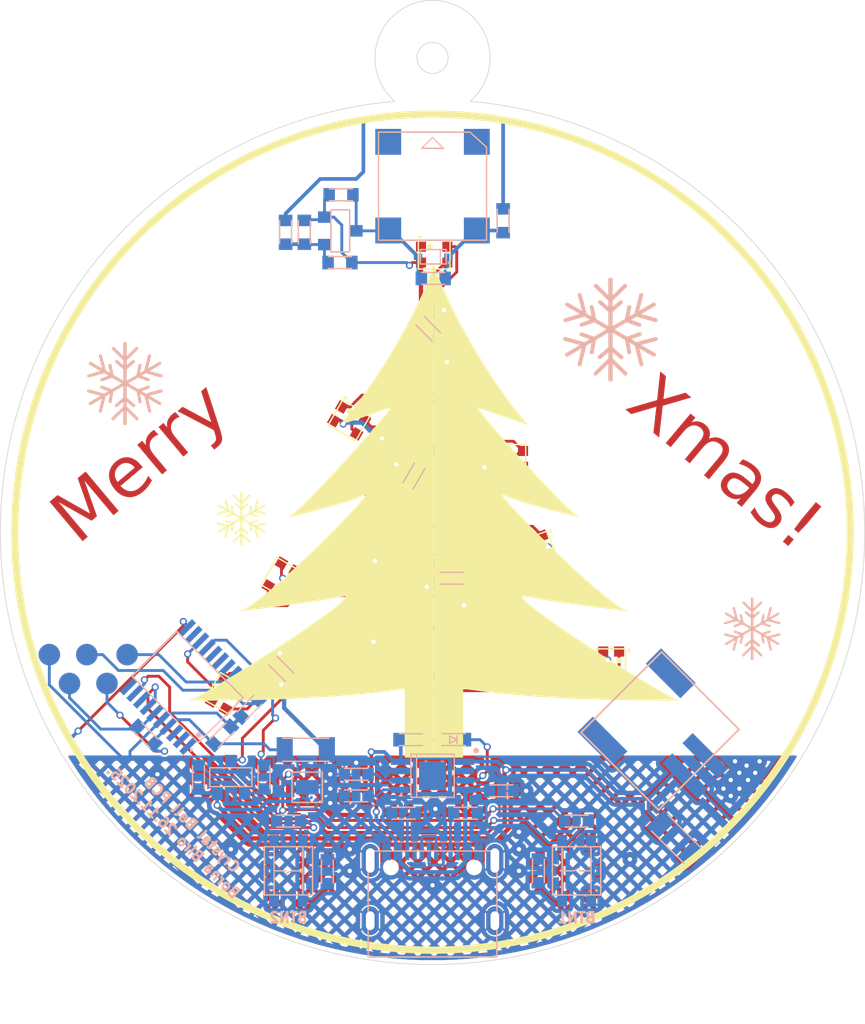
<source format=kicad_pcb>
(kicad_pcb (version 20241229) (generator "pcbnew") (generator_version "9.0")
  (layers (0 "F.Cu" signal) (2 "B.Cu" signal) (13 "F.Paste" user) (15 "B.Paste" user) (5 "F.SilkS" user "F.Silkscreen") (7 "B.SilkS" user "B.Silkscreen") (1 "F.Mask" user) (3 "B.Mask" user) (25 "Edge.Cuts" user))
  (net 0 "")
  (net 1 "GND")
  (net 2 "VDD")
  (net 3 "WS_SUPPLY")
  (net 4 "VBUS")
  (net 5 "Net-(CONN2-CC2)")
  (net 6 "Net-(CONN2-DP1)")
  (net 7 "Net-(CONN2-DN1)")
  (net 10 "Net-(CONN2-CC1)")
  (net 11 "Net-(IC1-PROG)")
  (net 12 "Net-(IC1-TEMP)")
  (net 14 "Net-(IC1-CHRG)")
  (net 15 "Net-(LED1-A)")
  (net 16 "/WS_DIN")
  (net 17 "Net-(LED2-DO)")
  (net 18 "Net-(LED3-DO)")
  (net 19 "Net-(LED4-DO)")
  (net 20 "Net-(LED5-DO)")
  (net 21 "Net-(LED6-DO)")
  (net 22 "Net-(C7-Pad2)")
  (net 23 "Net-(LED8-DO)")
  (net 24 "Net-(Q2-D)")
  (net 25 "Net-(Q2-G)")
  (net 26 "/BTN1")
  (net 27 "/BTN2")
  (net 28 "Net-(LED7-DO)")
  (net 29 "Net-(Q1-G)")
  (net 30 "/PERIPH_SUPPLY")
  (net 31 "/BUZZER")
  (net 33 "/RST")
  (net 35 "/SW_CLK")
  (net 36 "/SW_DIO")
  (net 45 "Net-(LED10-DI)")
  (net 46 "Net-(LED10-DO)")
  (net 47 "Net-(LED11-DO)")
  (net 48 "Net-(LED12-DO)")
  (net 50 "3V3")
  (footprint "Borna KiCAD Library:WS2812B-2020" (layer "F.Cu") (at 151.25 97 -70)
    (property "Reference" "LED8")
    (property "Value" "WS2812B-2020")
  )
  (footprint "Borna KiCAD Library:WS2812B-2020" (layer "F.Cu") (at 149.217413 90.618814)
    (property "Reference" "LED10")
    (property "Value" "WS2812B-2020")
  )
  (footprint "Borna KiCAD Library:WS2812B-2020" (layer "F.Cu") (at 156.25 104.9 -90)
    (property "Reference" "LED4")
    (property "Value" "WS2812B-2020")
  )
  (footprint "Borna KiCAD Library:WS2812B-2020" (layer "F.Cu") (at 145.317413 83.781186 -60)
    (property "Reference" "LED12")
    (property "Value" "WS2812B-2020")
  )
  (footprint "Borna KiCAD Library:WS2812B-2020" (layer "F.Cu") (at 138.065 87.95 -30)
    (property "Reference" "LED11")
    (property "Value" "WS2812B-2020")
  )
  (footprint "Borna KiCAD Library:WS2812B-2020" (layer "F.Cu") (at 133.382587 98.918814 -120)
    (property "Reference" "LED6")
    (property "Value" "WS2812B-2020")
  )
  (footprint "Borna KiCAD Library:WS2812B-2020" (layer "F.Cu") (at 138.802603 104.609475 -140)
    (property "Reference" "LED3")
    (property "Value" "WS2812B-2020")
  )
  (footprint "Borna KiCAD Library:WS2812B-2020" (layer "F.Cu") (at 143.965 76.45)
    (property "Reference" "LED13")
    (property "Value" "WS2812B-2020")
  )
  (footprint "Borna KiCAD Library:WS2812B-2020" (layer "F.Cu") (at 140.35 97 140)
    (property "Reference" "LED7")
    (property "Value" "WS2812B-2020")
  )
  (footprint "Borna KiCAD Library:WS2812B-2020" (layer "F.Cu") (at 140.968814 90.867413 -120)
    (property "Reference" "LED9")
    (property "Value" "WS2812B-2020")
  )
  (footprint "Borna KiCAD Library:WS2812B-2020" (layer "F.Cu") (at 129.45 106.9 60)
    (property "Reference" "LED2")
    (property "Value" "WS2812B-2020")
  )
  (footprint "Borna KiCAD Library:WS2812B-2020" (layer "F.Cu") (at 146.05 101.4)
    (property "Reference" "LED5")
    (property "Value" "WS2812B-2020")
  )
  (footprint "Borna KiCAD Library:TP-1_5mm" (layer "B.Cu") (at 119.85 104.2 180)
    (property "Reference" "TP3")
    (property "Value" "~")
  )
  (footprint "Borna KiCAD Library:TP-1_5mm" (layer "B.Cu") (at 121.25 106.2 180)
    (property "Reference" "TP2")
    (property "Value" "~")
  )
  (footprint "Borna KiCAD Library:C0603" (layer "B.Cu") (at 143.55 81.6 135)
    (property "Reference" "C12")
    (property "Value" "100n")
  )
  (footprint "Borna KiCAD Library:C0603" (layer "B.Cu") (at 148.625 113.65 180)
    (property "Reference" "C2")
    (property "Value" "100n")
  )
  (footprint "Borna KiCAD Library:R0603" (layer "B.Cu") (at 138.55 114)
    (property "Reference" "R2")
    (property "Value" "10k")
  )
  (footprint "Borna KiCAD Library:SOT-23-3L" (layer "B.Cu") (at 129.85 112.7 180)
    (property "Reference" "Q1")
    (property "Value" "AO3401A")
  )
  (footprint "Borna KiCAD Library:TP-1_5mm" (layer "B.Cu") (at 118.65 106.2 180)
    (property "Reference" "TP5")
    (property "Value" "~")
  )
  (footprint "Borna KiCAD Library:JST_S2B-PH-SM4-TB" (layer "B.Cu") (at 162.081513 111.931513 -135)
    (property "Reference" "CONN1")
    (property "Value" "S2B-PH-SM4-TB")
  )
  (footprint "Borna KiCAD Library:TSSOP20" (layer "B.Cu") (at 126.85 106.45 45)
    (property "Reference" "U1")
    (property "Value" "STM32C011F6")
  )
  (footprint "Borna KiCAD Library:R0603" (layer "B.Cu") (at 127.6 112.7 90)
    (property "Reference" "R6")
    (property "Value" "100k")
  )
  (footprint "Borna KiCAD Library:R0603" (layer "B.Cu") (at 142.35 110.1)
    (property "Reference" "R1")
    (property "Value" "10k")
  )
  (footprint "Borna KiCAD Library:C0603" (layer "B.Cu") (at 133.35 105.2 -45)
    (property "Reference" "C5")
    (property "Value" "100n")
  )
  (footprint "Borna KiCAD Library:C1206" (layer "B.Cu") (at 135.05 110.8 180)
    (property "Reference" "C3")
    (property "Value" "10uF")
  )
  (footprint "Borna KiCAD Library:TP-1_5mm" (layer "B.Cu") (at 122.65 104.2 180)
    (property "Reference" "TP4")
    (property "Value" "~")
  )
  (footprint "Borna KiCAD Library:C0603" (layer "B.Cu") (at 137.5 72.3)
    (property "Reference" "C13")
    (property "Value" "DNP")
  )
  (footprint "Borna KiCAD Library:C1206" (layer "B.Cu") (at 160.75 117 135)
    (property "Reference" "C1")
    (property "Value" "10uF")
  )
  (footprint "Borna KiCAD Library:SOD323" (layer "B.Cu") (at 143.9 76.6)
    (property "Reference" "D1")
    (property "Value" "BAT20JFILM")
  )
  (footprint "Borna KiCAD Library:C0603" (layer "B.Cu") (at 151.2 119.2 -90)
    (property "Reference" "C9")
    (property "Value" "100n")
  )
  (footprint "Borna KiCAD Library:TYPE-C_16PIN_2MD(073)" (layer "B.Cu") (at 143.85 121.5 180)
    (property "Reference" "CONN2")
    (property "Value" "TYPE-C_16PIN_2MD(073)")
  )
  (footprint "Borna KiCAD Library:C0603" (layer "B.Cu") (at 137.425 77 180)
    (property "Reference" "C8")
    (property "Value" "DNP")
  )
  (footprint "Borna KiCAD Library:C0603" (layer "B.Cu") (at 136.55 119.25 -90)
    (property "Reference" "C10")
    (property "Value" "100n")
  )
  (footprint "Borna KiCAD Library:R0603" (layer "B.Cu") (at 131.15 107.9 -135)
    (property "Reference" "R14")
    (property "Value" "100k")
  )
  (footprint "Borna KiCAD Library:R0603" (layer "B.Cu") (at 133.65 74.9 90)
    (property "Reference" "R8")
    (property "Value" "100R")
  )
  (footprint "Borna KiCAD Library:R0603" (layer "B.Cu") (at 123.95 109.8 -45)
    (property "Reference" "R13")
    (property "Value" "100k")
  )
  (footprint "Borna KiCAD Library:EMSOP" (layer "B.Cu") (at 143.85 112.6)
    (property "Reference" "IC1")
    (property "Value" "TP4056-42")
  )
  (footprint "Borna KiCAD Library:R0603" (layer "B.Cu") (at 148.75 74.1 -90)
    (property "Reference" "R10")
    (property "Value" "22R")
  )
  (footprint "Borna KiCAD Library:TSA007A1518B03" (layer "B.Cu") (at 133.85 119.2 -90)
    (property "Reference" "SW1")
    (property "Value" "BZCN_TSA007A1518B03")
  )
  (footprint "Borna KiCAD Library:WSON-6" (layer "B.Cu") (at 135.15 113.4 -90)
    (property "Reference" "U2")
    (property "Value" "TPS7A2633DRVR")
  )
  (footprint "Borna KiCAD Library:C0603" (layer "B.Cu") (at 129.25 109.8 -135)
    (property "Reference" "C4")
    (property "Value" "100n")
  )
  (footprint "Borna KiCAD Library:R0603" (layer "B.Cu") (at 138.55 112.5)
    (property "Reference" "R3")
    (property "Value" "10k")
  )
  (footprint "Borna KiCAD Library:SOT-23-3L" (layer "B.Cu") (at 137.45 74.8 90)
    (property "Reference" "Q2")
    (property "Value" "CJ3400")
  )
  (footprint "Borna KiCAD Library:R0603" (layer "B.Cu") (at 133.85 115.75)
    (property "Reference" "R12")
    (property "Value" "10k")
  )
  (footprint "Borna KiCAD Library:R0603" (layer "B.Cu") (at 153.85 115.75)
    (property "Reference" "R11")
    (property "Value" "10k")
  )
  (footprint "Borna KiCAD Library:LED_0603" (layer "B.Cu") (at 145.35 110.0965)
    (property "Reference" "LED1")
    (property "Value" "~")
  )
  (footprint "Borna KiCAD Library:R0603" (layer "B.Cu") (at 132.15 112.7 90)
    (property "Reference" "R7")
    (property "Value" "100R")
  )
  (footprint "Borna KiCAD Library:R0603" (layer "B.Cu") (at 134.95 74.9 90)
    (property "Reference" "R9")
    (property "Value" "100k")
  )
  (footprint "Borna KiCAD Library:TSA007A1518B03" (layer "B.Cu") (at 153.85 119.2 90)
    (property "Reference" "SW2")
    (property "Value" "BZCN_TSA007A1518B03")
  )
  (footprint "Borna KiCAD Library:C0603" (layer "B.Cu") (at 145.175 98.9)
    (property "Reference" "C6")
    (property "Value" "100n")
  )
  (footprint "Borna KiCAD Library:R0603" (layer "B.Cu") (at 141.85 115.2)
    (property "Reference" "R5")
    (property "Value" "5k1")
  )
  (footprint "Borna KiCAD Library:C0603" (layer "B.Cu") (at 142.55 91.8 60)
    (property "Reference" "C11")
    (property "Value" "100n")
  )
  (footprint "Borna KiCAD Library:TP-1_5mm" (layer "B.Cu") (at 117.25 104.3 180)
    (property "Reference" "TP1" (hide yes))
    (property "Value" "~")
  )
  (footprint "Borna KiCAD Library:MTL-7525" (layer "B.Cu") (at 143.85 71.7 90)
    (property "Reference" "SPK1")
    (property "Value" "MLT-7525")
  )
  (footprint "Borna KiCAD Library:R0603" (layer "B.Cu") (at 146.15 115.2 180)
    (property "Reference" "R4")
    (property "Value" "5k1")
  )
  (footprint "Borna KiCAD Library:C0603" (layer "B.Cu") (at 143.9 78.1)
    (property "Reference" "C7")
    (property "Value" "10n")
  )
  (gr_arc (start 148.751142 67.193355) (mid 171.341611 86.707707) (end 164.65 115.8) (stroke (width 0.256)) (layer "B.Cu") (net 2))
  (gr_arc (start 118.65 110.1) (mid 117.623646 83.267046) (end 139.046006 67.076205) (stroke (width 0.256)) (layer "B.Cu") (net 31))
  (gr_line (start 130.195603 95.762553) (end 130.590383 95.424167) (stroke (width 0.141022)) (layer "F.SilkS"))
  (gr_line (start 130.581786 96.568812) (end 130.598984 96.568812) (stroke (width 0.141022)) (layer "F.SilkS"))
  (gr_line (start 131.266396 95.584021) (end 131.177971 95.093408) (stroke (width 0.141022)) (layer "F.SilkS"))
  (gr_line (start 129.543032 94.592228) (end 130.00938 94.427472) (stroke (width 0.141022)) (layer "F.SilkS"))
  (gr_circle (center 143.85 95.7) (end 172.85 95.7) (stroke (width 0.5)) (fill no) (layer "F.SilkS"))
  (gr_line (start 131.513621 94.220571) (end 131.700004 93.512897) (stroke (width 0.141022)) (layer "F.SilkS"))
  (gr_line (start 129.019631 95.669193) (end 130.581819 94.754339) (stroke (width 0.141022)) (layer "F.SilkS"))
  (gr_line (start 128.95 95.1) (end 129.658382 95.288709) (stroke (width 0.141022)) (layer "F.SilkS"))
  (gr_line (start 130.048069 96.353873) (end 130.590387 95.823817) (stroke (width 0.141022)) (layer "F.SilkS"))
  (gr_poly (pts (xy 143.95 111.343542) (xy 141.926855 111.343542) (xy 141.926855 106.576572) (xy 139.502895 106.886415) (xy 136.922273 107.108687) (xy 134.342183 107.257097) (xy 131.91982 107.345357) (xy 128.177054 107.396271) (xy 126.951531 107.371114) (xy 127.179693 107.287878) (xy 127.616742 107.064574) (xy 128.989737 106.275656) (xy 130.814982 105.160143) (xy 132.836945 103.873815) (xy 134.800096 102.572455) (xy 136.4489 101.411843) (xy 137.075569 100.933) (xy 137.527827 100.547762) (xy 137.773733 100.275602) (xy 137.809321 100.188011) (xy 137.781344 100.135993) (xy 136.632923 100.348304) (xy 135.282007 100.56164) (xy 132.504046 100.944085) (xy 130.363129 101.200971) (xy 130.523497 101.160416) (xy 130.720035 101.074718) (xy 131.2101 100.780485) (xy 131.810284 100.343445) (xy 132.497545 99.788772) (xy 133.248843 99.141642) (xy 134.041137 98.427226) (xy 135.656554 96.897238) (xy 137.15947 95.400198) (xy 138.36556 94.137501) (xy 138.799695 93.656965) (xy 139.090501 93.310536) (xy 139.214939 93.123389) (xy 139.207569 93.097412) (xy 139.149967 93.120696) (xy 138.934012 93.226653) (xy 138.631007 93.346526) (xy 137.824751 93.615213) (xy 136.852998 93.901139) (xy 135.837546 94.17869) (xy 134.162739 94.6062) (xy 133.774719 94.692815) (xy 133.864389 94.652666) (xy 133.986742 94.572099) (xy 134.319836 94.300779) (xy 134.754679 93.900993) (xy 135.271949 93.394878) (xy 136.476487 92.152211) (xy 137.77888 90.749877) (xy 139.024557 89.364976) (xy 140.058946 88.174607) (xy 140.727478 87.355868) (xy 140.876244 87.141204) (xy 140.895799 87.092233) (xy 140.875582 87.08586) (xy 140.106676 87.358766) (xy 138.859871 87.78683) (xy 137.743227 88.164465) (xy 137.364805 88.286086) (xy 137.459463 88.206734) (xy 137.640442 88.011008) (xy 137.898301 87.70622) (xy 138.223597 87.299683) (xy 138.606886 86.798707) (xy 139.038725 86.210604) (xy 139.509673 85.542685) (xy 140.010286 84.802263) (xy 140.531121 83.996649) (xy 141.062736 83.133154) (xy 141.595688 82.219091) (xy 142.120533 81.26177) (xy 142.62783 80.268504) (xy 143.108135 79.246603) (xy 143.335215 78.7272) (xy 143.552006 78.203381) (xy 143.757328 77.676058) (xy 143.95 77.146147)) (fill yes) (layer "F.SilkS"))
  (gr_line (start 129.021932 93.854916) (end 130.581819 94.754339) (stroke (width 0.141022)) (layer "F.SilkS"))
  (gr_line (start 129.667149 94.220572) (end 129.480765 93.512897) (stroke (width 0.141022)) (layer "F.SilkS"))
  (gr_line (start 129.534976 94.928131) (end 130.002799 95.093408) (stroke (width 0.141022)) (layer "F.SilkS"))
  (gr_line (start 130.598984 92.960689) (end 130.598984 96.568812) (stroke (width 0.141022)) (layer "F.SilkS"))
  (gr_line (start 128.956904 94.42308) (end 129.667149 94.220572) (stroke (width 0.141022)) (layer "F.SilkS"))
  (gr_line (start 132.223866 94.423079) (end 131.513621 94.220571) (stroke (width 0.141022)) (layer "F.SilkS"))
  (gr_line (start 130.590384 94.099246) (end 130.968659 93.770438) (stroke (width 0.141022)) (layer "F.SilkS"))
  (gr_line (start 130.590386 93.698967) (end 131.118927 93.182507) (stroke (width 0.141022)) (layer "F.SilkS"))
  (gr_line (start 131.132699 96.353874) (end 130.590387 95.823817) (stroke (width 0.141022)) (layer "F.SilkS"))
  (gr_line (start 129.476249 96.017241) (end 129.658382 95.288709) (stroke (width 0.141022)) (layer "F.SilkS"))
  (gr_line (start 131.171391 94.427472) (end 131.268263 93.94311) (stroke (width 0.141022)) (layer "F.SilkS"))
  (gr_line (start 131.637737 94.592228) (end 131.171391 94.427472) (stroke (width 0.141022)) (layer "F.SilkS"))
  (gr_line (start 130.598984 92.960689) (end 130.581786 92.960689) (stroke (width 0.141022)) (layer "F.SilkS"))
  (gr_line (start 132.161139 95.669191) (end 130.598953 94.754338) (stroke (width 0.141022)) (layer "F.SilkS"))
  (gr_line (start 131.645793 94.92813) (end 131.177971 95.093408) (stroke (width 0.141022)) (layer "F.SilkS"))
  (gr_line (start 130.581786 92.960689) (end 130.581786 96.568812) (stroke (width 0.141022)) (layer "F.SilkS"))
  (gr_line (start 131.704521 96.017241) (end 131.522387 95.288708) (stroke (width 0.141022)) (layer "F.SilkS"))
  (gr_line (start 130.00938 94.427472) (end 129.912505 93.94311) (stroke (width 0.141022)) (layer "F.SilkS"))
  (gr_line (start 132.158837 93.854915) (end 130.598953 94.754338) (stroke (width 0.141022)) (layer "F.SilkS"))
  (gr_line (start 130.985168 95.762553) (end 130.590383 95.424167) (stroke (width 0.141022)) (layer "F.SilkS"))
  (gr_line (start 130.590384 94.099246) (end 130.21211 93.77044) (stroke (width 0.141022)) (layer "F.SilkS"))
  (gr_line (start 129.914373 95.584022) (end 130.002799 95.093408) (stroke (width 0.141022)) (layer "F.SilkS"))
  (gr_line (start 130.590386 93.698967) (end 130.061841 93.182506) (stroke (width 0.141022)) (layer "F.SilkS"))
  (gr_line (start 132.23077 95.099999) (end 131.522387 95.288708) (stroke (width 0.141022)) (layer "F.SilkS"))
  (gr_poly (pts (xy 144.142672 77.676058) (xy 144.347994 78.203381) (xy 144.564785 78.7272) (xy 144.791865 79.246603) (xy 145.27217 80.268504) (xy 145.779467 81.26177) (xy 146.304313 82.219091) (xy 146.837265 83.133154) (xy 147.36888 83.996649) (xy 147.889715 84.802263) (xy 148.390328 85.542685) (xy 148.861276 86.210604) (xy 149.293116 86.798707) (xy 149.676405 87.299683) (xy 150.0017 87.70622) (xy 150.259559 88.011008) (xy 150.440538 88.206734) (xy 150.535196 88.286086) (xy 150.156774 88.164465) (xy 149.04013 87.78683) (xy 147.793325 87.358766) (xy 147.024419 87.08586) (xy 147.004202 87.092233) (xy 147.023756 87.141204) (xy 147.172523 87.355868) (xy 147.841054 88.174607) (xy 148.875444 89.364976) (xy 150.121121 90.749877) (xy 151.423514 92.152211) (xy 152.628052 93.394878) (xy 153.145323 93.900993) (xy 153.580166 94.300779) (xy 153.91326 94.572099) (xy 154.035613 94.652666) (xy 154.125283 94.692815) (xy 153.737263 94.6062) (xy 152.062456 94.17869) (xy 151.047004 93.901139) (xy 150.075251 93.615213) (xy 149.268995 93.346526) (xy 148.965991 93.226653) (xy 148.750036 93.120696) (xy 148.692433 93.097412) (xy 148.685063 93.123389) (xy 148.8095 93.310536) (xy 149.100305 93.656965) (xy 149.534439 94.137501) (xy 150.74053 95.400198) (xy 152.243451 96.897238) (xy 153.858879 98.427226) (xy 154.651183 99.141642) (xy 155.402493 99.788772) (xy 156.089769 100.343445) (xy 156.68997 100.780485) (xy 157.180057 101.074718) (xy 157.376607 101.160416) (xy 157.536989 101.200971) (xy 155.395955 100.944085) (xy 152.617991 100.56164) (xy 151.267077 100.348304) (xy 150.118657 100.135993) (xy 150.09068 100.188011) (xy 150.12627 100.275602) (xy 150.372179 100.547762) (xy 150.824442 100.933) (xy 151.451118 101.411843) (xy 153.099941 102.572455) (xy 155.063113 103.873815) (xy 157.085097 105.160143) (xy 158.91036 106.275656) (xy 160.283366 107.064574) (xy 160.720418 107.287878) (xy 160.94858 107.371114) (xy 159.723037 107.396271) (xy 155.980233 107.345357) (xy 153.557851 107.257097) (xy 150.977744 107.108687) (xy 148.397111 106.886415) (xy 145.973146 106.576572) (xy 145.973146 111.343542) (xy 143.95 111.343542) (xy 143.95 77.146147)) (fill yes) (layer "F.SilkS"))
  (gr_line (start 164.232999 101.363364) (end 166.032868 102.40116) (stroke (width 0.162718)) (layer "B.SilkS"))
  (gr_line (start 120.086038 86.783604) (end 122.401782 85.427451) (stroke (width 0.216958)) (layer "B.SilkS"))
  (gr_line (start 123.396438 84.873263) (end 123.545472 84.128092) (stroke (width 0.216958)) (layer "B.SilkS"))
  (gr_line (start 155.087268 81.006676) (end 154.90097 80.075211) (stroke (width 0.271197)) (layer "B.SilkS"))
  (gr_line (start 156.963784 83.57414) (end 156.204583 82.923398) (stroke (width 0.271197)) (layer "B.SilkS"))
  (gr_line (start 123.5426 86.652571) (end 123.406562 85.897782) (stroke (width 0.216958)) (layer "B.SilkS"))
  (gr_line (start 166.052673 100.331564) (end 166.052673 104.494783) (stroke (width 0.162718)) (layer "B.SilkS"))
  (gr_line (start 156.257432 79.554069) (end 157.221014 78.612514) (stroke (width 0.271197)) (layer "B.SilkS"))
  (gr_line (start 155.161671 84.711293) (end 156.138513 83.756538) (stroke (width 0.271197)) (layer "B.SilkS"))
  (gr_line (start 123.922946 84.554956) (end 124.20969 83.466226) (stroke (width 0.216958)) (layer "B.SilkS"))
  (gr_line (start 124.919127 86.783602) (end 122.603389 85.42745) (stroke (width 0.216958)) (layer "B.SilkS"))
  (gr_line (start 120.89127 85.126736) (end 121.608729 84.873264) (stroke (width 0.216958)) (layer "B.SilkS"))
  (gr_line (start 159.345895 80.998228) (end 157.98004 80.608791) (stroke (width 0.271197)) (layer "B.SilkS"))
  (gr_line (start 120.089579 83.992409) (end 122.388711 85.318077) (stroke (width 0.216958)) (layer "B.SilkS"))
  (gr_line (start 166.032829 100.331564) (end 166.032829 104.494783) (stroke (width 0.162718)) (layer "B.SilkS"))
  (gr_line (start 121.668251 87.836958) (end 122.449724 87.073154) (stroke (width 0.216958)) (layer "B.SilkS"))
  (gr_line (start 166.713143 102.024005) (end 166.824919 101.465126) (stroke (width 0.162718)) (layer "B.SilkS"))
  (gr_line (start 166.49827 103.564484) (end 166.04275 103.174038) (stroke (width 0.162718)) (layer "B.SilkS"))
  (gr_line (start 122.515812 82.616676) (end 122.515811 88.167634) (stroke (width 0.216958)) (layer "B.SilkS"))
  (gr_line (start 159.22084 79.905605) (end 156.346929 81.562691) (stroke (width 0.271197)) (layer "B.SilkS"))
  (gr_line (start 125.026251 85.907922) (end 123.936432 86.198243) (stroke (width 0.216958)) (layer "B.SilkS"))
  (gr_line (start 121.462564 86.652572) (end 121.598603 85.897782) (stroke (width 0.216958)) (layer "B.SilkS"))
  (gr_line (start 164.834267 102.214109) (end 165.372362 102.024005) (stroke (width 0.162718)) (layer "B.SilkS"))
  (gr_line (start 167.935503 102.799999) (end 167.118138 103.01774) (stroke (width 0.162718)) (layer "B.SilkS"))
  (gr_line (start 121.08222 84.554958) (end 120.795475 83.466227) (stroke (width 0.216958)) (layer "B.SilkS"))
  (gr_line (start 167.251235 102.214109) (end 166.713143 102.024005) (stroke (width 0.162718)) (layer "B.SilkS"))
  (gr_line (start 153.183905 83.394601) (end 156.078584 81.699409) (stroke (width 0.271197)) (layer "B.SilkS"))
  (gr_line (start 122.560371 84.31807) (end 123.084543 83.862444) (stroke (width 0.216958)) (layer "B.SilkS"))
  (gr_line (start 122.489353 82.616676) (end 122.489353 88.167634) (stroke (width 0.216958)) (layer "B.SilkS"))
  (gr_line (start 122.444792 84.318069) (end 121.920621 83.862446) (stroke (width 0.216958)) (layer "B.SilkS"))
  (gr_line (start 156.221122 78.185941) (end 156.221122 85.124639) (stroke (width 0.271197)) (layer "B.SilkS"))
  (gr_line (start 157.321906 81.006676) (end 157.508198 80.075211) (stroke (width 0.271197)) (layer "B.SilkS"))
  (gr_line (start 156.276822 80.312683) (end 156.932037 79.74315) (stroke (width 0.271198)) (layer "B.SilkS"))
  (gr_line (start 119.989535 84.866508) (end 121.08222 84.554958) (stroke (width 0.216958)) (layer "B.SilkS"))
  (gr_line (start 164.97748 101.785275) (end 164.762421 100.968727) (stroke (width 0.162718)) (layer "B.SilkS"))
  (gr_line (start 154.190445 81.323516) (end 155.087268 81.006676) (stroke (width 0.271197)) (layer "B.SilkS"))
  (gr_line (start 153.063276 80.99823) (end 154.429133 80.608792) (stroke (width 0.271197)) (layer "B.SilkS"))
  (gr_line (start 158.234218 81.96948) (end 157.33456 82.287324) (stroke (width 0.271197)) (layer "B.SilkS"))
  (gr_line (start 166.052673 104.494783) (end 166.032829 104.494783) (stroke (width 0.162718)) (layer "B.SilkS"))
  (gr_line (start 124.113893 85.126736) (end 123.396438 84.873263) (stroke (width 0.216958)) (layer "B.SilkS"))
  (gr_line (start 122.489353 88.167634) (end 122.515811 88.167634) (stroke (width 0.216958)) (layer "B.SilkS"))
  (gr_line (start 157.247498 84.711296) (end 156.27066 83.756533) (stroke (width 0.271197)) (layer "B.SilkS"))
  (gr_line (start 124.126288 85.643508) (end 123.406562 85.897782) (stroke (width 0.216958)) (layer "B.SilkS"))
  (gr_line (start 120.788527 87.319063) (end 121.068732 86.198243) (stroke (width 0.216958)) (layer "B.SilkS"))
  (gr_line (start 154.904562 83.230811) (end 155.074612 82.287323) (stroke (width 0.271197)) (layer "B.SilkS"))
  (gr_line (start 167.108024 101.785274) (end 167.323082 100.968726) (stroke (width 0.162718)) (layer "B.SilkS"))
  (gr_line (start 156.188049 78.185941) (end 156.188049 85.124639) (stroke (width 0.271197)) (layer "B.SilkS"))
  (gr_line (start 157.504608 83.23081) (end 157.33456 82.287324) (stroke (width 0.271197)) (layer "B.SilkS"))
  (gr_line (start 166.822765 103.358486) (end 166.720735 102.792394) (stroke (width 0.162718)) (layer "B.SilkS"))
  (gr_line (start 120.878877 85.643509) (end 121.598603 85.897782) (stroke (width 0.216958)) (layer "B.SilkS"))
  (gr_line (start 157.98004 80.608791) (end 158.338469 79.247878) (stroke (width 0.271197)) (layer "B.SilkS"))
  (gr_line (start 166.042752 101.183423) (end 165.432893 100.587507) (stroke (width 0.162718)) (layer "B.SilkS"))
  (gr_line (start 154.062016 84.063924) (end 154.386501 82.765984) (stroke (width 0.271197)) (layer "B.SilkS"))
  (gr_line (start 166.042752 101.645284) (end 165.60628 101.265891) (stroke (width 0.162718)) (layer "B.SilkS"))
  (gr_line (start 167.85516 103.456759) (end 166.052638 102.401159) (stroke (width 0.162718)) (layer "B.SilkS"))
  (gr_line (start 164.75721 103.858354) (end 164.967364 103.01774) (stroke (width 0.162718)) (layer "B.SilkS"))
  (gr_line (start 156.132348 80.312682) (end 155.477134 79.743153) (stroke (width 0.271197)) (layer "B.SilkS"))
  (gr_line (start 122.502584 83.752489) (end 123.315725 82.957934) (stroke (width 0.216958)) (layer "B.SilkS"))
  (gr_line (start 165.372362 102.024005) (end 165.260582 101.465127) (stroke (width 0.162718)) (layer "B.SilkS"))
  (gr_line (start 121.608729 84.873264) (end 121.45969 84.128092) (stroke (width 0.216958)) (layer "B.SilkS"))
  (gr_line (start 167.328293 103.858355) (end 167.118138 103.01774) (stroke (width 0.162718)) (layer "B.SilkS"))
  (gr_line (start 154.174954 81.969482) (end 155.074612 82.287323) (stroke (width 0.271197)) (layer "B.SilkS"))
  (gr_line (start 123.336913 87.83696) (end 122.555442 87.07315) (stroke (width 0.216958)) (layer "B.SilkS"))
  (gr_line (start 159.359172 82.299999) (end 158.007274 82.660135) (stroke (width 0.271198)) (layer "B.SilkS"))
  (gr_line (start 164.824972 102.601689) (end 165.364768 102.792393) (stroke (width 0.162718)) (layer "B.SilkS"))
  (gr_line (start 125.01563 84.866506) (end 123.922946 84.554956) (stroke (width 0.216958)) (layer "B.SilkS"))
  (gr_line (start 164.15 102.8) (end 164.967364 103.01774) (stroke (width 0.162718)) (layer "B.SilkS"))
  (gr_line (start 158.347155 84.063925) (end 158.022669 82.765984) (stroke (width 0.271198)) (layer "B.SilkS"))
  (gr_line (start 166.668499 104.246778) (end 166.042753 103.635173) (stroke (width 0.162718)) (layer "B.SilkS"))
  (gr_line (start 123.109941 86.927236) (end 122.502581 86.406641) (stroke (width 0.216958)) (layer "B.SilkS"))
  (gr_line (start 167.852504 101.363363) (end 166.052638 102.401159) (stroke (width 0.162718)) (layer "B.SilkS"))
  (gr_line (start 158.218724 81.323516) (end 157.321906 81.006676) (stroke (width 0.271197)) (layer "B.SilkS"))
  (gr_line (start 165.587234 103.564484) (end 166.04275 103.174038) (stroke (width 0.162718)) (layer "B.SilkS"))
  (gr_line (start 167.260531 102.601688) (end 166.720735 102.792394) (stroke (width 0.162718)) (layer "B.SilkS"))
  (gr_line (start 165.262737 103.358486) (end 165.364768 102.792393) (stroke (width 0.162718)) (layer "B.SilkS"))
  (gr_line (start 167.927537 102.018937) (end 167.108024 101.785274) (stroke (width 0.162718)) (layer "B.SilkS"))
  (gr_line (start 159.225266 83.394599) (end 156.330594 81.699409) (stroke (width 0.271197)) (layer "B.SilkS"))
  (gr_line (start 166.042752 101.183423) (end 166.652608 100.587508) (stroke (width 0.162718)) (layer "B.SilkS"))
  (gr_line (start 156.188049 85.124639) (end 156.221122 85.124639) (stroke (width 0.271197)) (layer "B.SilkS"))
  (gr_line (start 156.151742 79.554068) (end 155.188156 78.612512) (stroke (width 0.271197)) (layer "B.SilkS"))
  (gr_line (start 164.230343 103.45676) (end 166.032868 102.40116) (stroke (width 0.162718)) (layer "B.SilkS"))
  (gr_line (start 166.032829 100.331564) (end 166.052673 100.331564) (stroke (width 0.162718)) (layer "B.SilkS"))
  (gr_line (start 124.216638 87.319063) (end 123.936432 86.198243) (stroke (width 0.216958)) (layer "B.SilkS"))
  (gr_line (start 119.978914 85.907924) (end 121.068732 86.198243) (stroke (width 0.216958)) (layer "B.SilkS"))
  (gr_line (start 122.502584 83.752489) (end 121.689439 82.957933) (stroke (width 0.216958)) (layer "B.SilkS"))
  (gr_line (start 153.188331 79.905607) (end 156.062246 81.562692) (stroke (width 0.271197)) (layer "B.SilkS"))
  (gr_line (start 165.417003 104.246776) (end 166.042753 103.635173) (stroke (width 0.162718)) (layer "B.SilkS"))
  (gr_line (start 124.915586 83.992407) (end 122.616457 85.318076) (stroke (width 0.216958)) (layer "B.SilkS"))
  (gr_line (start 164.157966 102.018938) (end 164.97748 101.785275) (stroke (width 0.162718)) (layer "B.SilkS"))
  (gr_line (start 155.44539 83.57414) (end 156.204583 82.923398) (stroke (width 0.271197)) (layer "B.SilkS"))
  (gr_line (start 156.221122 78.185941) (end 156.188049 78.185941) (stroke (width 0.271197)) (layer "B.SilkS"))
  (gr_line (start 122.515812 82.616676) (end 122.489353 82.616676) (stroke (width 0.216958)) (layer "B.SilkS"))
  (gr_line (start 154.429133 80.608792) (end 154.070701 79.247879) (stroke (width 0.271197)) (layer "B.SilkS"))
  (gr_line (start 121.895226 86.927236) (end 122.502581 86.406641) (stroke (width 0.216958)) (layer "B.SilkS"))
  (gr_line (start 153.05 82.3) (end 154.4019 82.660137) (stroke (width 0.271197)) (layer "B.SilkS"))
  (gr_line (start 166.042752 101.645284) (end 166.479222 101.26589) (stroke (width 0.162718)) (layer "B.SilkS"))
  (gr_arc (start 146.46467 65.8142) (mid 143.85 125.699987) (end 141.23533 65.8142) (stroke (width 0.05)) (layer "Edge.Cuts"))
  (gr_arc (start 141.23533 65.814199) (mid 143.849999 58.809775) (end 146.464671 65.814198) (stroke (width 0.05)) (layer "Edge.Cuts"))
  (gr_circle (center 143.85 62.8) (end 144.75 63.4) (stroke (width 0.05)) (fill no) (layer "Edge.Cuts"))
  (gr_text "Merry" (at 123.65 91 40) (layer "F.Cu") (effects (font (size 3.5 3.5) (thickness 0.1))))
  (gr_text "Xmas!" (at 164.05 91 320) (layer "F.Cu") (effects (font (size 3.5 3.5) (thickness 0.1))))
  (gr_text "Borna Biro 26.11.2025." (at 125.85 116.5 315) (layer "B.SilkS") (effects (font (size 0.7 0.7) (thickness 0.175) (bold yes)) (justify mirror)))
  (gr_text "BTN1" (at 153.85 122.45 0) (layer "B.SilkS") (effects (font (size 0.7 0.7) (thickness 0.175) (bold yes)) (justify mirror)))
  (gr_text "Crystal Ball PCB" (at 127.15 116 315) (layer "B.SilkS") (effects (font (size 0.7 0.7) (thickness 0.175) (bold yes)) (justify mirror)))
  (gr_text "BTN2" (at 133.85 122.45 0) (layer "B.SilkS") (effects (font (size 0.7 0.7) (thickness 0.175) (bold yes)) (justify mirror)))
  (segment (start 144.383599 83.263773) (end 144.383599 82.133599) (width 0.3) (layer "F.Cu") (net 1))
  (segment (start 143.05 77) (end 142.45 77) (width 0.2) (layer "F.Cu") (net 1))
  (segment (start 144.383599 82.133599) (end 143.05 80.8) (width 0.3) (layer "F.Cu") (net 1))
  (segment (start 133.363773 97.851401) (end 133.363773 98.813773) (width 0.2) (layer "F.Cu") (net 1))
  (segment (start 139.849999 97.699999) (end 139.847482 97.699999) (width 0.2) (layer "F.Cu") (net 1))
  (segment (start 151.55 96.8) (end 151.639008 96.710992) (width 0.2) (layer "F.Cu") (net 1))
  (segment (start 145.786 101.501) (end 145.786 101.064) (width 0.2) (layer "F.Cu") (net 1))
  (segment (start 150.42022 96.328292) (end 150.891928 96.8) (width 0.2) (layer "F.Cu") (net 1))
  (segment (start 147.65 91.2) (end 147.45 91.2) (width 0.2) (layer "F.Cu") (net 1))
  (segment (start 139.15 103.6) (end 139.45 103.3) (width 0.2) (layer "F.Cu") (net 1))
  (segment (start 155.792914 104.564) (end 155.75 104.521086) (width 0.2) (layer "F.Cu") (net 1))
  (segment (start 151.86174 96.710992) (end 151.872537 96.721789) (width 0.2) (layer "F.Cu") (net 1))
  (segment (start 137.518814 87.968814) (end 137.75 88.2) (width 0.2) (layer "F.Cu") (net 1))
  (segment (start 150.891928 96.8) (end 151.55 96.8) (width 0.2) (layer "F.Cu") (net 1))
  (segment (start 141.404463 97.166826) (end 140.447036 97.166826) (width 0.2) (layer "F.Cu") (net 1))
  (segment (start 145.135 101.95) (end 145.337 101.95) (width 0.2) (layer "F.Cu") (net 1))
  (segment (start 155.75 104.521086) (end 155.75 104.5) (width 0.2) (layer "F.Cu") (net 1))
  (segment (start 144.383599 83.263773) (end 144.85 83.730174) (width 0.3) (layer "F.Cu") (net 1))
  (segment (start 139.45 103.3) (end 139.75 103.3) (width 0.2) (layer "F.Cu") (net 1))
  (segment (start 155.7 104.45) (end 155.7 103.985) (width 0.2) (layer "F.Cu") (net 1))
  (segment (start 132.666637 106.283363) (end 130.982587 107.967413) (width 0.2) (layer "F.Cu") (net 1))
  (segment (start 140.447036 97.166826) (end 139.913862 97.7) (width 0.2) (layer "F.Cu") (net 1))
  (segment (start 139.85 97.7) (end 139.849999 97.699999) (width 0.2) (layer "F.Cu") (net 1))
  (segment (start 156.005523 104.564001) (end 156.005522 104.564) (width 0.2) (layer "F.Cu") (net 1))
  (segment (start 145.337 101.95) (end 145.786 101.501) (width 0.2) (layer "F.Cu") (net 1))
  (segment (start 145.786 101.064) (end 146.05 100.8) (width 0.2) (layer "F.Cu") (net 1))
  (segment (start 143.05 80.8) (end 143.05 77) (width 0.3) (layer "F.Cu") (net 1))
  (segment (start 147.681186 91.168814) (end 147.65 91.2) (width 0.2) (layer "F.Cu") (net 1))
  (segment (start 146.05 100.8) (end 146.025735 100.775735) (width 0.2) (layer "F.Cu") (net 1))
  (segment (start 148.302413 91.168814) (end 147.681186 91.168814) (width 0.2) (layer "F.Cu") (net 1))
  (segment (start 133.45 98.9) (end 133.363773 98.813773) (width 0.2) (layer "F.Cu") (net 1))
  (segment (start 144.85 83.730174) (end 144.85 83.9) (width 0.2) (layer "F.Cu") (net 1))
  (segment (start 142.45 77) (end 142.25 77.2) (width 0.2) (layer "F.Cu") (net 1))
  (segment (start 133.35 106.283363) (end 132.666637 106.283363) (width 0.2) (layer "F.Cu") (net 1))
  (segment (start 139.913862 97.7) (end 139.85 97.7) (width 0.2) (layer "F.Cu") (net 1))
  (segment (start 156.005522 104.564) (end 155.792914 104.564) (width 0.2) (layer "F.Cu") (net 1))
  (segment (start 151.639008 96.710992) (end 151.86174 96.710992) (width 0.2) (layer "F.Cu") (net 1))
  (segment (start 155.75 104.5) (end 155.7 104.45) (width 0.2) (layer "F.Cu") (net 1))
  (segment (start 136.997587 87.968814) (end 137.518814 87.968814) (width 0.2) (layer "F.Cu") (net 1))
  (segment (start 137.75 88.2) (end 137.65 88.2) (width 0.2) (layer "F.Cu") (net 1))
  (segment (start 140.95 89.8) (end 140.35 89.2) (width 0.2) (layer "F.Cu") (net 1))
  (segment (start 130.982587 107.967413) (end 129.468814 107.967413) (width 0.2) (layer "F.Cu") (net 1))
  (via (at 136.75 114.5) (size 0.5) (drill 0.3) (layers "F.Cu" "B.Cu") (net 1))
  (via (at 140.35 89.2) (size 0.5) (drill 0.3) (layers "F.Cu" "B.Cu") (net 1))
  (via (at 146.025735 100.775735) (size 0.5) (drill 0.3) (layers "F.Cu" "B.Cu") (net 1))
  (via (at 144.05 114.9) (size 0.5) (drill 0.3) (layers "F.Cu" "B.Cu") (net 1))
  (via (at 138.55 111.7) (size 0.5) (drill 0.3) (layers "F.Cu" "B.Cu") (net 1))
  (via (at 165.75 112.9) (size 0.5) (drill 0.3) (layers "F.Cu" "B.Cu") (net 1))
  (via (at 138.1 117.7) (size 0.5) (drill 0.3) (layers "F.Cu" "B.Cu") (net 1))
  (via (at 166.25 112.4) (size 0.5) (drill 0.3) (layers "F.Cu" "B.Cu") (net 1))
  (via (at 138.1 119.2) (size 0.5) (drill 0.3) (layers "F.Cu" "B.Cu") (net 1))
  (via (at 143.85 120.2) (size 0.5) (drill 0.3) (layers "F.Cu" "B.Cu") (net 1))
  (via (at 149.85 119.2) (size 0.5) (drill 0.3) (layers "F.Cu" "B.Cu") (net 1))
  (via (at 151.872537 96.721789) (size 0.5) (drill 0.3) (layers "F.Cu" "B.Cu") (net 1))
  (via (at 139.847482 97.699999) (size 0.5) (drill 0.3) (layers "F.Cu" "B.Cu") (net 1))
  (via (at 133.35 106.283363) (size 0.5) (drill 0.3) (layers "F.Cu" "B.Cu") (net 1))
  (via (at 165.15 113.5) (size 0.5) (drill 0.3) (layers "F.Cu" "B.Cu") (net 1))
  (via (at 136.75 112.5) (size 0.5) (drill 0.3) (layers "F.Cu" "B.Cu") (net 1))
  (via (at 133.45 98.9) (size 0.5) (drill 0.3) (layers "F.Cu" "B.Cu") (net 1))
  (via (at 164.55 114) (size 0.5) (drill 0.3) (layers "F.Cu" "B.Cu") (net 1))
  (via (at 149.85 117.7) (size 0.5) (drill 0.3) (layers "F.Cu" "B.Cu") (net 1))
  (via (at 166.55 111.6) (size 0.5) (drill 0.3) (layers "F.Cu" "B.Cu") (net 1))
  (via (at 157.55 118.4) (size 0.5) (drill 0.3) (layers "F.Cu" "B.Cu") (net 1))
  (via (at 137.65 88.2) (size 0.5) (drill 0.3) (layers "F.Cu" "B.Cu") (net 1))
  (via (at 136.75 113.5) (size 0.5) (drill 0.3) (layers "F.Cu" "B.Cu") (net 1))
  (via (at 164.55 112.9) (size 0.5) (drill 0.3) (layers "F.Cu" "B.Cu") (net 1))
  (via (at 142.25 77.2) (size 0.5) (drill 0.3) (layers "F.Cu" "B.Cu") (net 1))
  (via (at 156.005523 104.564001) (size 0.5) (drill 0.3) (layers "F.Cu" "B.Cu") (net 1))
  (via (at 144.85 83.9) (size 0.5) (drill 0.3) (layers "F.Cu" "B.Cu") (net 1))
  (via (at 129.85 117.7) (size 0.5) (drill 0.3) (layers "F.Cu" "B.Cu") (net 1))
  (via (at 147.45 91.2) (size 0.5) (drill 0.3) (layers "F.Cu" "B.Cu") (net 1))
  (via (at 165.15 112.4) (size 0.5) (drill 0.3) (layers "F.Cu" "B.Cu") (net 1))
  (via (at 164.05 113.5) (size 0.5) (drill 0.3) (layers "F.Cu" "B.Cu") (net 1))
  (via (at 165.65 111.9) (size 0.5) (drill 0.3) (layers "F.Cu" "B.Cu") (net 1))
  (via (at 124.75 112.5) (size 0.5) (drill 0.3) (layers "F.Cu" "B.Cu") (net 1))
  (via (at 139.75 103.3) (size 0.5) (drill 0.3) (layers "F.Cu" "B.Cu") (net 1))
  (via (at 150.35 113.65) (size 0.5) (drill 0.3) (layers "F.Cu" "B.Cu") (net 1))
  (via (at 149.85 116.5) (size 0.5) (drill 0.3) (layers "F.Cu" "B.Cu") (net 1))
  (via (at 164.85 111.6) (size 0.5) (drill 0.3) (layers "F.Cu" "B.Cu") (net 1))
  (segment (start 137 73.85) (end 137.55 74.4) (width 0.2) (layer "B.Cu") (net 1))
  (segment (start 146.025735 98.925735) (end 146 98.9) (width 0.2) (layer "B.Cu") (net 1))
  (segment (start 133.45 98.9) (end 138.647481 98.9) (width 0.3) (layer "B.Cu") (net 1))
  (segment (start 135.15 113.4) (end 134.15 113.4) (width 0.2) (layer "B.Cu") (net 1))
  (segment (start 125.046878 108.712742) (end 122.85 110.90962) (width 0.2) (layer "B.Cu") (net 1))
  (segment (start 133.35 106.283363) (end 133.55 106.483363) (width 0.3) (layer "B.Cu") (net 1))
  (segment (start 135.15 113.4) (end 136.65 113.4) (width 0.2) (layer "B.Cu") (net 1))
  (segment (start 137.2125 111.5) (end 138.35 111.5) (width 0.2) (layer "B.Cu") (net 1))
  (segment (start 136.35 72.625) (end 136.675 72.3) (width 0.2) (layer "B.Cu") (net 1))
  (segment (start 137.75 88.1) (end 137.65 88.2) (width 0.2) (layer "B.Cu") (net 1))
  (segment (start 147.45 91.2) (end 147.45 88.7) (width 0.3) (layer "B.Cu") (net 1))
  (segment (start 137.55 76.3) (end 138.25 77) (width 0.2) (layer "B.Cu") (net 1))
  (segment (start 133.35 106.283363) (end 133.666637 106.283363) (width 0.3) (layer "B.Cu") (net 1))
  (segment (start 136.45 110.8) (end 136.5125 110.8) (width 0.3) (layer "B.Cu") (net 1))
  (segment (start 146.025735 101.4) (end 146.025735 100.624265) (width 0.2) (layer "B.Cu") (net 1))
  (segment (start 136.35 73.85) (end 136.35 72.625) (width 0.2) (layer "B.Cu") (net 1))
  (segment (start 142.05 77) (end 138.25 77) (width 0.2) (layer "B.Cu") (net 1))
  (segment (start 147.45 88.7) (end 144.85 86.1) (width 0.3) (layer "B.Cu") (net 1))
  (segment (start 135.15 114.375) (end 135.15 113.4) (width 0.2) (layer "B.Cu") (net 1))
  (segment (start 139.55 92.9) (end 139.55 90) (width 0.3) (layer "B.Cu") (net 1))
  (segment (start 140.35 89.2) (end 143.25 89.2) (width 0.3) (layer "B.Cu") (net 1))
  (segment (start 147.05 99.6) (end 148.994326 99.6) (width 0.3) (layer "B.Cu") (net 1))
  (segment (start 117.25 104.3) (end 117.25 106.3) (width 0.2) (layer "B.Cu") (net 1))
  (segment (start 141.25 103.3) (end 142.25 102.3) (width 0.3) (layer "B.Cu") (net 1))
  (segment (start 133.666637 106.283363) (end 136.65 103.3) (width 0.3) (layer "B.Cu") (net 1))
  (segment (start 117.25 106.3) (end 122.35 111.4) (width 0.2) (layer "B.Cu") (net 1))
  (segment (start 144.133363 83.183363) (end 144.133363 82.183363) (width 0.3) (layer "B.Cu") (net 1))
  (segment (start 140.35 89.2) (end 141.076971 89.2) (width 0.2) (layer "B.Cu") (net 1))
  (segment (start 136.5125 110.8) (end 137.2125 111.5) (width 0.2) (layer "B.Cu") (net 1))
  (segment (start 136.65 103.3) (end 139.75 103.3) (width 0.3) (layer "B.Cu") (net 1))
  (segment (start 145.125735 102.3) (end 146.025735 101.4) (width 0.3) (layer "B.Cu") (net 1))
  (segment (start 136.35 73.85) (end 137 73.85) (width 0.2) (layer "B.Cu") (net 1))
  (segment (start 139.75 103.3) (end 141.25 103.3) (width 0.3) (layer "B.Cu") (net 1))
  (segment (start 142.25 77.2) (end 142.05 77) (width 0.2) (layer "B.Cu") (net 1))
  (segment (start 136.65 113.4) (end 136.75 113.5) (width 0.2) (layer "B.Cu") (net 1))
  (segment (start 155.069524 105.5) (end 156.005523 104.564001) (width 0.3) (layer "B.Cu") (net 1))
  (segment (start 143.45 105.5) (end 155.069524 105.5) (width 0.3) (layer "B.Cu") (net 1))
  (segment (start 146.025735 101.4) (end 146.025735 100.775735) (width 0.3) (layer "B.Cu") (net 1))
  (segment (start 141.65 95) (end 139.55 92.9) (width 0.3) (layer "B.Cu") (net 1))
  (segment (start 133.55 106.483363) (end 133.55 107.9) (width 0.3) (layer "B.Cu") (net 1))
  (segment (start 138.95 88.1) (end 137.75 88.1) (width 0.3) (layer "B.Cu") (net 1))
  (segment (start 138.35 111.5) (end 138.55 111.7) (width 0.2) (layer "B.Cu") (net 1))
  (segment (start 141.65 112.275) (end 140.675 112.275) (width 0.3) (layer "B.Cu") (net 1))
  (segment (start 137.55 74.4) (end 137.55 76.3) (width 0.2) (layer "B.Cu") (net 1))
  (segment (start 140.675 112.275) (end 140.65 112.3) (width 0.3) (layer "B.Cu") (net 1))
  (segment (start 140.35 89.2) (end 140.05 89.2) (width 0.3) (layer "B.Cu") (net 1))
  (segment (start 150.894327 97.699999) (end 151.872537 96.721789) (width 0.2) (layer "B.Cu") (net 1))
  (segment (start 136.175 74.025) (end 136.35 73.85) (width 0.2) (layer "B.Cu") (net 1))
  (segment (start 142.25 102.3) (end 145.125735 102.3) (width 0.3) (layer "B.Cu") (net 1))
  (segment (start 140.05 89.2) (end 138.95 88.1) (width 0.3) (layer "B.Cu") (net 1))
  (segment (start 141.076971 89.2) (end 142.9625 91.085529) (width 0.3) (layer "B.Cu") (net 1))
  (segment (start 144.85 83.9) (end 144.133363 83.183363) (width 0.3) (layer "B.Cu") (net 1))
  (segment (start 144.85 86.1) (end 144.85 83.9) (width 0.3) (layer "B.Cu") (net 1))
  (segment (start 148.994326 99.6) (end 151.872537 96.721789) (width 0.3) (layer "B.Cu") (net 1))
  (segment (start 139.847482 97.699999) (end 141.65 95.897481) (width 0.3) (layer "B.Cu") (net 1))
  (segment (start 125.506977 108.252643) (end 128.869369 108.252643) (width 0.2) (layer "B.Cu") (net 1))
  (segment (start 139.55 90) (end 140.35 89.2) (width 0.3) (layer "B.Cu") (net 1))
  (segment (start 122.85 110.90962) (end 122.85 111.4) (width 0.2) (layer "B.Cu") (net 1))
  (segment (start 130.566637 108.483363) (end 129.833363 109.216637) (width 0.256) (layer "B.Cu") (net 1))
  (segment (start 125.046878 108.712742) (end 125.506977 108.252643) (width 0.2) (layer "B.Cu") (net 1))
  (segment (start 146.025735 100.775735) (end 146.025735 98.925735) (width 0.3) (layer "B.Cu") (net 1))
  (segment (start 134.95 74.025) (end 136.175 74.025) (width 0.2) (layer "B.Cu") (net 1))
  (segment (start 141.25 103.3) (end 143.45 105.5) (width 0.3) (layer "B.Cu") (net 1))
  (segment (start 138.647481 98.9) (end 139.847482 97.699999) (width 0.3) (layer "B.Cu") (net 1))
  (segment (start 145.25 91.2) (end 147.45 91.2) (width 0.3) (layer "B.Cu") (net 1))
  (segment (start 122.35 111.4) (end 122.55 111.4) (width 0.2) (layer "B.Cu") (net 1))
  (segment (start 146.025735 100.624265) (end 147.05 99.6) (width 0.3) (layer "B.Cu") (net 1))
  (segment (start 141.65 95.897481) (end 141.65 95) (width 0.3) (layer "B.Cu") (net 1))
  (segment (start 128.869369 108.252643) (end 129.833363 109.216637) (width 0.2) (layer "B.Cu") (net 1))
  (segment (start 143.25 89.2) (end 145.25 91.2) (width 0.3) (layer "B.Cu") (net 1))
  (segment (start 133.55 107.9) (end 136.45 110.8) (width 0.3) (layer "B.Cu") (net 1))
  (segment (start 139.847482 97.699999) (end 150.894327 97.699999) (width 0.3) (layer "B.Cu") (net 1))
  (segment (start 147.85 116.95) (end 131.2 116.95) (width 0.3) (layer "F.Cu") (net 2))
  (segment (start 131.2 116.95) (end 128.95 114.7) (width 0.3) (layer "F.Cu") (net 2))
  (segment (start 148.85 115.95) (end 147.85 116.95) (width 0.3) (layer "F.Cu") (net 2))
  (segment (start 148.95 112.2) (end 148.85 112.3) (width 0.3) (layer "F.Cu") (net 2))
  (segment (start 148.85 112.3) (end 148.85 115.95) (width 0.3) (layer "F.Cu") (net 2))
  (via (at 128.9 114.65) (size 0.5) (drill 0.3) (layers "F.Cu" "B.Cu") (net 2))
  (via (at 148.95 112.2) (size 0.5) (drill 0.3) (layers "F.Cu" "B.Cu") (net 2))
  (segment (start 134.5 114.375) (end 134.5 114.75) (width 0.2) (layer "B.Cu") (net 2))
  (segment (start 135.8 114.75) (end 135.8 114.375) (width 0.2) (layer "B.Cu") (net 2))
  (segment (start 128.9 114.65) (end 128.95 114.7) (width 0.256) (layer "B.Cu") (net 2))
  (segment (start 160.674406 111.83862) (end 160.674406 112.375594) (width 0.256) (layer "B.Cu") (net 2))
  (segment (start 127.875 113.8) (end 127.6 113.525) (width 0.256) (layer "B.Cu") (net 2))
  (segment (start 148.375 111.625) (end 146.05 111.625) (width 0.256) (layer "B.Cu") (net 2))
  (segment (start 161.570803 112.719971) (end 164.65 115.799168) (width 0.2) (layer "B.Cu") (net 2))
  (segment (start 134.5 114.75) (end 134.65 114.9) (width 0.2) (layer "B.Cu") (net 2))
  (segment (start 134.65 114.9) (end 135.65 114.9) (width 0.2) (layer "B.Cu") (net 2))
  (segment (start 131.8 114.95) (end 132.375 114.375) (width 0.256) (layer "B.Cu") (net 2))
  (segment (start 152.45 112.2) (end 152.25 112.2) (width 0.256) (layer "B.Cu") (net 2))
  (segment (start 158.85 114.2) (end 158.85 114.6) (width 0.256) (layer "B.Cu") (net 2))
  (segment (start 128.9 114.65) (end 128.9 113.8) (width 0.256) (layer "B.Cu") (net 2))
  (segment (start 152.25 112.2) (end 148.95 112.2) (width 0.256) (layer "B.Cu") (net 2))
  (segment (start 148.75 73.275) (end 148.75 67.194497) (width 0.256) (layer "B.Cu") (net 2))
  (segment (start 129.2 114.95) (end 131.8 114.95) (width 0.256) (layer "B.Cu") (net 2))
  (segment (start 128.95 114.7) (end 129.2 114.95) (width 0.256) (layer "B.Cu") (net 2))
  (segment (start 148.75 67.194497) (end 148.751142 67.193355) (width 0.256) (layer "B.Cu") (net 2))
  (segment (start 132.375 114.375) (end 134.5 114.375) (width 0.256) (layer "B.Cu") (net 2))
  (segment (start 158.85 115.1) (end 159.715856 115.965856) (width 0.256) (layer "B.Cu") (net 2))
  (segment (start 160.674406 112.375594) (end 158.85 114.2) (width 0.256) (layer "B.Cu") (net 2))
  (segment (start 152.25 112.2) (end 154.55 112.2) (width 0.256) (layer "B.Cu") (net 2))
  (segment (start 158.85 114.2) (end 156.55 114.2) (width 0.256) (layer "B.Cu") (net 2))
  (segment (start 164.65 115.799168) (end 164.65 115.8) (width 0.2) (layer "B.Cu") (net 2))
  (segment (start 148.95 112.2) (end 148.375 111.625) (width 0.256) (layer "B.Cu") (net 2))
  (segment (start 158.85 114.6) (end 158.85 115.1) (width 0.256) (layer "B.Cu") (net 2))
  (segment (start 135.65 114.9) (end 135.8 114.75) (width 0.2) (layer "B.Cu") (net 2))
  (segment (start 128.9 113.8) (end 127.875 113.8) (width 0.256) (layer "B.Cu") (net 2))
  (segment (start 154.55 112.2) (end 156.55 114.2) (width 0.256) (layer "B.Cu") (net 2))
  (arc (start 161.374406 112.63862) (mid 161.480696 112.659762) (end 161.570803 112.719971) (width 0.2) (layer "B.Cu") (net 2))
  (segment (start 143.45 97.3) (end 143.45167 97.29833) (width 0.2) (layer "F.Cu") (net 3))
  (segment (start 136.85 104.1) (end 137.05 103.9) (width 0.2) (layer "F.Cu") (net 3))
  (segment (start 138.95 104.7) (end 138.95 105.124156) (width 0.2) (layer "F.Cu") (net 3))
  (segment (start 148.525971 89.4) (end 149.463599 89.4) (width 0.2) (layer "F.Cu") (net 3))
  (segment (start 139.295537 96.833174) (end 139.562363 97.1) (width 0.2) (layer "F.Cu") (net 3))
  (segment (start 142.25 96.2) (end 142.35 96.2) (width 0.2) (layer "F.Cu") (net 3))
  (segment (start 149.981186 90.068814) (end 150.132413 90.068814) (width 0.2) (layer "F.Cu") (net 3))
  (segment (start 143.45167 97.29833) (end 151.706402 97.29833) (width 0.2) (layer "F.Cu") (net 3))
  (segment (start 133.401401 99.986227) (end 133.787628 99.6) (width 0.2) (layer "F.Cu") (net 3))
  (segment (start 145.715 99.6) (end 146.965 100.85) (width 0.2) (layer "F.Cu") (net 3))
  (segment (start 146.251227 82.301227) (end 144.35 80.4) (width 0.2) (layer "F.Cu") (net 3))
  (segment (start 141.15 88.4) (end 142.45 89.7) (width 0.2) (layer "F.Cu") (net 3))
  (segment (start 146.15 102.3) (end 146.15 101.5) (width 0.2) (layer "F.Cu") (net 3))
  (segment (start 156.8 106.05) (end 156.15 106.7) (width 0.2) (layer "F.Cu") (net 3))
  (segment (start 137.95 103.7) (end 138.95 104.7) (width 0.2) (layer "F.Cu") (net 3))
  (segment (start 149.25 90.8) (end 149.981186 90.068814) (width 0.2) (layer "F.Cu") (net 3))
  (segment (start 133.25 104.1) (end 136.85 104.1) (width 0.2) (layer "F.Cu") (net 3))
  (segment (start 139.601227 88.4) (end 139.132413 87.931186) (width 0.2) (layer "F.Cu") (net 3))
  (segment (start 156.8 105.815) (end 156.8 106.05) (width 0.2) (layer "F.Cu") (net 3))
  (segment (start 141.015929 91.009327) (end 140.987628 91.037628) (width 0.2) (layer "F.Cu") (net 3))
  (segment (start 137.05 103.9) (end 138.55 102.4) (width 0.2) (layer "F.Cu") (net 3))
  (segment (start 139.15 90.8) (end 139.45 90.5) (width 0.2) (layer "F.Cu") (net 3))
  (segment (start 140.05 97.1) (end 140.95 96.2) (width 0.2) (layer "F.Cu") (net 3))
  (segment (start 133.787628 99.6) (end 145.715 99.6) (width 0.2) (layer "F.Cu") (net 3))
  (segment (start 142.45 89.7) (end 144.05 89.7) (width 0.2) (layer "F.Cu") (net 3))
  (segment (start 138.455206 105.61895) (end 135.03105 105.61895) (width 0.2) (layer "F.Cu") (net 3))
  (segment (start 139.15 93) (end 139.15 90.8) (width 0.2) (layer "F.Cu") (net 3))
  (segment (start 144.35 80.4) (end 144.35 80.3) (width 0.2) (layer "F.Cu") (net 3))
  (segment (start 145.715 99.6) (end 151.35 99.6) (width 0.2) (layer "F.Cu") (net 3))
  (segment (start 130.65 110) (end 130.65 111.5) (width 0.2) (layer "F.Cu") (net 3))
  (segment (start 137.05 103.9) (end 137.25 103.7) (width 0.2) (layer "F.Cu") (net 3))
  (segment (start 139.601227 88.4) (end 139.601227 90.348773) (width 0.2) (layer "F.Cu") (net 3))
  (segment (start 149.25 91.8) (end 149.25 90.9) (width 0.2) (layer "F.Cu") (net 3))
  (segment (start 144.35 80.3) (end 144.65 80.3) (width 0.2) (layer "F.Cu") (net 3))
  (segment (start 146.251227 84.298599) (end 146.251227 82.301227) (width 0.2) (layer "F.Cu") (net 3))
  (segment (start 148.95 92.1) (end 149.25 91.8) (width 0.2) (layer "F.Cu") (net 3))
  (segment (start 149.25 90.9) (end 149.25 90.8) (width 0.2) (layer "F.Cu") (net 3))
  (segment (start 140.45 90.5) (end 140.987628 91.037628) (width 0.2) (layer "F.Cu") (net 3))
  (segment (start 145.55 102.9) (end 146.15 102.3) (width 0.2) (layer "F.Cu") (net 3))
  (segment (start 151.35 99.6) (end 152.07978 98.87022) (width 0.2) (layer "F.Cu") (net 3))
  (segment (start 142.36895 105.61895) (end 138.455206 105.61895) (width 0.2) (layer "F.Cu") (net 3))
  (segment (start 144.55 102.9) (end 145.55 102.9) (width 0.2) (layer "F.Cu") (net 3))
  (segment (start 146.251227 84.298599) (end 146.251227 87.125256) (width 0.2) (layer "F.Cu") (net 3))
  (segment (start 138.55 102.4) (end 144.05 102.4) (width 0.2) (layer "F.Cu") (net 3))
  (segment (start 140.987628 91.037628) (end 140.987628 91.934826) (width 0.2) (layer "F.Cu") (net 3))
  (segment (start 139.601227 88.4) (end 141.15 88.4) (width 0.2) (layer "F.Cu") (net 3))
  (segment (start 141.344615 91.009327) (end 141.015929 91.009327) (width 0.2) (layer "F.Cu") (net 3))
  (segment (start 144.05 89.7) (end 146.45 92.1) (width 0.2) (layer "F.Cu") (net 3))
  (segment (start 135.03105 105.61895) (end 130.65 110) (width 0.2) (layer "F.Cu") (net 3))
  (segment (start 129.763773 105.5) (end 131.85 105.5) (width 0.2) (layer "F.Cu") (net 3))
  (segment (start 149.925614 90.068814) (end 150.132413 90.068814) (width 0.2) (layer "F.Cu") (net 3))
  (segment (start 146.15 101.5) (end 146.8 100.85) (width 0.2) (layer "F.Cu") (net 3))
  (segment (start 156.15 106.7) (end 143.45 106.7) (width 0.2) (layer "F.Cu") (net 3))
  (segment (start 145.43 75.9) (end 144.88 75.9) (width 0.2) (layer "F.Cu") (net 3))
  (segment (start 140.95 96.2) (end 142.25 96.2) (width 0.2) (layer "F.Cu") (net 3))
  (segment (start 146.251227 87.125256) (end 147.525971 88.4) (width 0.2) (layer "F.Cu") (net 3))
  (segment (start 149.463599 89.4) (end 150.132413 90.068814) (width 0.2) (layer "F.Cu") (net 3))
  (segment (start 145.531 77.651) (end 145.531 76.001) (width 0.2) (layer "F.Cu") (net 3))
  (segment (start 142.35 96.2) (end 139.15 93) (width 0.2) (layer "F.Cu") (net 3))
  (segment (start 137.25 103.7) (end 137.95 103.7) (width 0.2) (layer "F.Cu") (net 3))
  (segment (start 142.35 96.2) (end 143.45 97.3) (width 0.2) (layer "F.Cu") (net 3))
  (segment (start 147.525971 88.4) (end 148.525971 89.4) (width 0.2) (layer "F.Cu") (net 3))
  (segment (start 144.05 102.4) (end 144.55 102.9) (width 0.2) (layer "F.Cu") (net 3))
  (segment (start 152.07978 98.87022) (end 152.07978 97.671708) (width 0.2) (layer "F.Cu") (net 3))
  (segment (start 139.132413 87.931186) (end 139.001227 87.8) (width 0.2) (layer "F.Cu") (net 3))
  (segment (start 144.382 78.8) (end 145.531 77.651) (width 0.2) (layer "F.Cu") (net 3))
  (segment (start 144.35 80.3) (end 144.35 78.8) (width 0.2) (layer "F.Cu") (net 3))
  (segment (start 144.35 78.8) (end 144.382 78.8) (width 0.2) (layer "F.Cu") (net 3))
  (segment (start 151.706402 97.29833) (end 152.07978 97.671708) (width 0.2) (layer "F.Cu") (net 3))
  (segment (start 129.431186 105.832587) (end 129.763773 105.5) (width 0.2) (layer "F.Cu") (net 3))
  (segment (start 139.601227 90.348773) (end 139.45 90.5) (width 0.2) (layer "F.Cu") (net 3))
  (segment (start 131.85 105.5) (end 133.25 104.1) (width 0.2) (layer "F.Cu") (net 3))
  (segment (start 143.45 106.7) (end 142.36895 105.61895) (width 0.2) (layer "F.Cu") (net 3))
  (segment (start 145.531 76.001) (end 145.43 75.9) (width 0.2) (layer "F.Cu") (net 3))
  (segment (start 146.8 100.85) (end 146.965 100.85) (width 0.2) (layer "F.Cu") (net 3))
  (segment (start 139.562363 97.1) (end 140.05 97.1) (width 0.2) (layer "F.Cu") (net 3))
  (segment (start 139.45 90.5) (end 140.45 90.5) (width 0.2) (layer "F.Cu") (net 3))
  (segment (start 146.45 92.1) (end 148.95 92.1) (width 0.2) (layer "F.Cu") (net 3))
  (segment (start 138.95 105.124156) (end 138.455206 105.61895) (width 0.2) (layer "F.Cu") (net 3))
  (via (at 144.65 80.3) (size 0.5) (drill 0.3) (layers "F.Cu" "B.Cu") (net 3))
  (via (at 133.25 104.1) (size 0.5) (drill 0.3) (layers "F.Cu" "B.Cu") (net 3))
  (via (at 143.45 99.5) (size 0.5) (drill 0.3) (layers "F.Cu" "B.Cu") (net 3))
  (via (at 141.344615 91.009327) (size 0.5) (drill 0.3) (layers "F.Cu" "B.Cu") (net 3))
  (via (at 130.65 111.5) (size 0.5) (drill 0.3) (layers "F.Cu" "B.Cu") (net 3))
  (segment (start 132.766637 104.583363) (end 132.766637 104.616637) (width 0.2) (layer "B.Cu") (net 3))
  (segment (start 141.35 91.003942) (end 141.344615 91.009327) (width 0.2) (layer "B.Cu") (net 3))
  (segment (start 133.25 104.1) (end 132.766637 104.583363) (width 0.2) (layer "B.Cu") (net 3))
  (segment (start 141.35 91.726971) (end 141.35 91.003942) (width 0.2) (layer "B.Cu") (net 3))
  (segment (start 144.65 80.3) (end 143.683274 80.3) (width 0.3) (layer "B.Cu") (net 3))
  (segment (start 144.05 98.9) (end 143.45 99.5) (width 0.2) (layer "B.Cu") (net 3))
  (segment (start 129.95 111.5) (end 129.85 111.6) (width 0.2) (layer "B.Cu") (net 3))
  (segment (start 143.683274 80.3) (end 142.966637 81.016637) (width 0.3) (layer "B.Cu") (net 3))
  (segment (start 144.35 98.9) (end 144.05 98.9) (width 0.2) (layer "B.Cu") (net 3))
  (segment (start 130.65 111.5) (end 129.95 111.5) (width 0.2) (layer "B.Cu") (net 3))
  (segment (start 142.1375 92.514471) (end 141.35 91.726971) (width 0.2) (layer "B.Cu") (net 3))
  (segment (start 139.95 114.5) (end 139.95 115.1) (width 0.256) (layer "F.Cu") (net 4))
  (segment (start 139.6 114.15) (end 139.95 114.5) (width 0.256) (layer "F.Cu") (net 4))
  (segment (start 139.6 110.95) (end 139.6 114.15) (width 0.256) (layer "F.Cu") (net 4))
  (via (at 139.95 115.1) (size 0.5) (drill 0.3) (layers "F.Cu" "B.Cu") (net 4))
  (via (at 139.6 110.95) (size 0.5) (drill 0.3) (layers "F.Cu" "B.Cu") (net 4))
  (segment (start 146.1 117.89) (end 146.1 118.610051) (width 0.3) (layer "B.Cu") (net 4))
  (segment (start 141.147 111.625) (end 141.65 111.625) (width 0.256) (layer "B.Cu") (net 4))
  (segment (start 145.410051 119.3) (end 142.289949 119.3) (width 0.3) (layer "B.Cu") (net 4))
  (segment (start 146.125 113.65) (end 146.125 117.865) (width 0.3) (layer "B.Cu") (net 4))
  (segment (start 146.05 113.575) (end 147.725 113.575) (width 0.3) (layer "B.Cu") (net 4))
  (segment (start 139.95 115.1) (end 139.95 115.7) (width 0.256) (layer "B.Cu") (net 4))
  (segment (start 146.1 118.610051) (end 145.410051 119.3) (width 0.3) (layer "B.Cu") (net 4))
  (segment (start 146.125 117.865) (end 146.1 117.89) (width 0.3) (layer "B.Cu") (net 4))
  (segment (start 141.3 117.05) (end 141.3 117.89) (width 0.256) (layer "B.Cu") (net 4))
  (segment (start 141.6 118.610051) (end 141.6 117.89) (width 0.3) (layer "B.Cu") (net 4))
  (segment (start 139.95 115.7) (end 141.3 117.05) (width 0.256) (layer "B.Cu") (net 4))
  (segment (start 139.6 110.95) (end 140.5 110.95) (width 0.256) (layer "B.Cu") (net 4))
  (segment (start 140.5 110.95) (end 141.175 111.625) (width 0.256) (layer "B.Cu") (net 4))
  (segment (start 147.725 113.575) (end 147.8 113.65) (width 0.3) (layer "B.Cu") (net 4))
  (segment (start 146.05 113.575) (end 146.125 113.65) (width 0.3) (layer "B.Cu") (net 4))
  (segment (start 142.289949 119.3) (end 141.6 118.610051) (width 0.3) (layer "B.Cu") (net 4))
  (segment (start 141.65 110.15) (end 141.6 110.1) (width 0.256) (layer "B.Cu") (net 4))
  (segment (start 141.175 111.625) (end 141.65 111.625) (width 0.256) (layer "B.Cu") (net 4))
  (segment (start 141.65 111.625) (end 141.65 110.15) (width 0.256) (layer "B.Cu") (net 4))
  (segment (start 142.1 115.55) (end 142.45 115.2) (width 0.2) (layer "B.Cu") (net 5))
  (segment (start 142.45 115.2) (end 142.675 115.2) (width 0.2) (layer "B.Cu") (net 5))
  (segment (start 142.1 115.55) (end 142.1 117.89) (width 0.2) (layer "B.Cu") (net 5))
  (segment (start 143.1 116.85) (end 143.1 117.89) (width 0.2) (layer "B.Cu") (net 6))
  (segment (start 144.1 116.85) (end 144.05 116.8) (width 0.2) (layer "B.Cu") (net 6))
  (segment (start 143.15 116.8) (end 143.1 116.85) (width 0.2) (layer "B.Cu") (net 6))
  (segment (start 144.1 117.89) (end 144.1 116.85) (width 0.2) (layer "B.Cu") (net 6))
  (segment (start 144.05 116.8) (end 143.15 116.8) (width 0.2) (layer "B.Cu") (net 6))
  (segment (start 143.69 118.8) (end 143.6 118.71) (width 0.2) (layer "B.Cu") (net 7))
  (segment (start 143.6 118.71) (end 143.6 117.89) (width 0.2) (layer "B.Cu") (net 7))
  (segment (start 144.6 118.75) (end 144.55 118.8) (width 0.2) (layer "B.Cu") (net 7))
  (segment (start 144.55 118.8) (end 143.69 118.8) (width 0.2) (layer "B.Cu") (net 7))
  (segment (start 144.6 117.89) (end 144.6 118.75) (width 0.2) (layer "B.Cu") (net 7))
  (segment (start 145.1 117.89) (end 145.1 115.775) (width 0.2) (layer "B.Cu") (net 10))
  (segment (start 145.1 115.775) (end 145.375 115.5) (width 0.256) (layer "B.Cu") (net 10))
  (segment (start 140.4 112.925) (end 139.975 112.5) (width 0.2) (layer "B.Cu") (net 11))
  (segment (start 139.975 112.5) (end 139.375 112.5) (width 0.2) (layer "B.Cu") (net 11))
  (segment (start 141.65 112.925) (end 140.4 112.925) (width 0.2) (layer "B.Cu") (net 11))
  (segment (start 141.65 113.575) (end 140.425 113.575) (width 0.2) (layer "B.Cu") (net 12))
  (segment (start 140 114) (end 139.375 114) (width 0.2) (layer "B.Cu") (net 12))
  (segment (start 140.425 113.575) (end 140 114) (width 0.2) (layer "B.Cu") (net 12))
  (segment (start 147.65 110.6) (end 147.65 112.281) (width 0.2) (layer "F.Cu") (net 14))
  (segment (start 147.65 112.281) (end 147.3405 112.5905) (width 0.2) (layer "F.Cu") (net 14))
  (via (at 147.65 110.6) (size 0.5) (drill 0.3) (layers "F.Cu" "B.Cu") (net 14))
  (via (at 147.3405 112.5905) (size 0.5) (drill 0.3) (layers "F.Cu" "B.Cu") (net 14))
  (segment (start 146.393 110.1) (end 146.2215 109.9285) (width 0.2) (layer "B.Cu") (net 14))
  (segment (start 147.006 112.925) (end 146.05 112.925) (width 0.2) (layer "B.Cu") (net 14))
  (segment (start 146.2215 109.9285) (end 146.2215 110.0965) (width 0.2) (layer "B.Cu") (net 14))
  (segment (start 147.3405 112.5905) (end 147.006 112.925) (width 0.2) (layer "B.Cu") (net 14))
  (segment (start 147.15 110.1) (end 146.393 110.1) (width 0.2) (layer "B.Cu") (net 14))
  (segment (start 147.65 110.6) (end 147.15 110.1) (width 0.2) (layer "B.Cu") (net 14))
  (segment (start 144.568 110.1) (end 144.5715 110.0965) (width 0.256) (layer "B.Cu") (net 15))
  (segment (start 143.25 110.1) (end 144.568 110.1) (width 0.2) (layer "B.Cu") (net 15))
  (segment (start 126.85 104.151902) (end 126.85 104.7) (width 0.2) (layer "F.Cu") (net 16))
  (segment (start 130.154705 106.611696) (end 130.383814 106.382587) (width 0.2) (layer "F.Cu") (net 16))
  (segment (start 126.85 104.7) (end 128.761696 106.611696) (width 0.2) (layer "F.Cu") (net 16))
  (segment (start 128.761696 106.611696) (end 130.154705 106.611696) (width 0.2) (layer "F.Cu") (net 16))
  (via (at 126.85 104.151902) (size 0.5) (drill 0.3) (layers "F.Cu" "B.Cu") (net 16))
  (segment (start 126.85 104.151902) (end 127.733883 103.268019) (width 0.2) (layer "B.Cu") (net 16))
  (segment (start 131.088805 107.161195) (end 128.772404 107.161195) (width 0.2) (layer "F.Cu") (net 17))
  (segment (start 137.748139 104.776301) (end 133.473699 104.776301) (width 0.2) (layer "F.Cu") (net 17))
  (segment (start 128.772404 107.161195) (end 128.516186 107.417413) (width 0.2) (layer "F.Cu") (net 17))
  (segment (start 128.516186 107.417413) (end 128.745295 107.188304) (width 0.2) (layer "F.Cu") (net 17))
  (segment (start 133.473699 104.776301) (end 131.088805 107.161195) (width 0.2) (layer "F.Cu") (net 17))
  (segment (start 143.365 105.815) (end 155.7 105.815) (width 0.2) (layer "F.Cu") (net 18))
  (segment (start 141.992649 104.442649) (end 143.365 105.815) (width 0.2) (layer "F.Cu") (net 18))
  (segment (start 139.857067 104.442649) (end 141.992649 104.442649) (width 0.2) (layer "F.Cu") (net 18))
  (segment (start 156.8 104.95) (end 156.586 105.164) (width 0.2) (layer "F.Cu") (net 19))
  (segment (start 156.8 103.985) (end 156.8 104.95) (width 0.2) (layer "F.Cu") (net 19))
  (segment (start 152 101.95) (end 146.965 101.95) (width 0.2) (layer "F.Cu") (net 19))
  (segment (start 156.586 105.164) (end 155.214 105.164) (width 0.2) (layer "F.Cu") (net 19))
  (segment (start 155.214 105.164) (end 152 101.95) (width 0.2) (layer "F.Cu") (net 19))
  (segment (start 132.448773 100.398773) (end 132.85 100.8) (width 0.2) (layer "F.Cu") (net 20))
  (segment (start 132.85 100.8) (end 133.75 100.8) (width 0.2) (layer "F.Cu") (net 20))
  (segment (start 133.75 100.8) (end 134.45 100.1) (width 0.2) (layer "F.Cu") (net 20))
  (segment (start 132.448773 99.436227) (end 132.448773 100.398773) (width 0.2) (layer "F.Cu") (net 20))
  (segment (start 144.385 100.1) (end 145.135 100.85) (width 0.2) (layer "F.Cu") (net 20))
  (segment (start 134.45 100.1) (end 144.385 100.1) (width 0.2) (layer "F.Cu") (net 20))
  (segment (start 135.448599 98.401401) (end 137.859475 95.990525) (width 0.2) (layer "F.Cu") (net 21))
  (segment (start 134.316401 98.401401) (end 135.448599 98.401401) (width 0.2) (layer "F.Cu") (net 21))
  (segment (start 137.859475 95.990525) (end 140.002603 95.990525) (width 0.2) (layer "F.Cu") (net 21))
  (segment (start 146.78 74.775) (end 144.955 76.6) (width 0.256) (layer "B.Cu") (net 22))
  (segment (start 148.6 74.775) (end 148.75 74.925) (width 0.256) (layer "B.Cu") (net 22))
  (segment (start 144.65 77.95) (end 144.75 78.05) (width 0.256) (layer "B.Cu") (net 22))
  (segment (start 146.925 74.775) (end 148.6 74.775) (width 0.256) (layer "B.Cu") (net 22))
  (segment (start 144.725 78.1) (end 144.725 77.425) (width 0.2) (layer "B.Cu") (net 22))
  (segment (start 146.95 74.8) (end 146.925 74.775) (width 0.256) (layer "B.Cu") (net 22))
  (segment (start 146.925 74.775) (end 146.78 74.775) (width 0.256) (layer "B.Cu") (net 22))
  (segment (start 144.955 77.195) (end 144.955 76.6) (width 0.2) (layer "B.Cu") (net 22))
  (segment (start 144.725 77.425) (end 144.955 77.195) (width 0.2) (layer "B.Cu") (net 22))
  (segment (start 140.035 92.985) (end 142.35 95.3) (width 0.2) (layer "F.Cu") (net 23))
  (segment (start 140.035 91.384826) (end 140.035 92.985) (width 0.2) (layer "F.Cu") (net 23))
  (segment (start 150.801812 95.3) (end 151.453883 95.952071) (width 0.2) (layer "F.Cu") (net 23))
  (segment (start 142.35 95.3) (end 150.801812 95.3) (width 0.2) (layer "F.Cu") (net 23))
  (segment (start 138.55 74.8) (end 138.55 72.525) (width 0.2) (layer "B.Cu") (net 24))
  (segment (start 140.775 74.775) (end 141.02 74.775) (width 0.256) (layer "B.Cu") (net 24))
  (segment (start 138.55 72.525) (end 138.325 72.3) (width 0.256) (layer "B.Cu") (net 24))
  (segment (start 140.75 74.8) (end 140.775 74.775) (width 0.256) (layer "B.Cu") (net 24))
  (segment (start 141.02 74.775) (end 142.845 76.6) (width 0.256) (layer "B.Cu") (net 24))
  (segment (start 142.845 76.6) (end 142.845 77.795) (width 0.2) (layer "B.Cu") (net 24))
  (segment (start 142.845 77.795) (end 143.1 78.05) (width 0.256) (layer "B.Cu") (net 24))
  (segment (start 138.55 74.8) (end 140.75 74.8) (width 0.2) (layer "B.Cu") (net 24))
  (segment (start 140.75 74.8) (end 140.75 75.475736) (width 0.2) (layer "B.Cu") (net 24))
  (segment (start 135.025 75.75) (end 134.95 75.675) (width 0.256) (layer "B.Cu") (net 25))
  (segment (start 133.65 75.725) (end 134.95 75.725) (width 0.256) (layer "B.Cu") (net 25))
  (segment (start 136.35 75.75) (end 136.35 76.75) (width 0.2) (layer "B.Cu") (net 25))
  (segment (start 136.35 75.75) (end 135.025 75.75) (width 0.2) (layer "B.Cu") (net 25))
  (segment (start 136.35 76.75) (end 136.6 77) (width 0.2) (layer "B.Cu") (net 25))
  (segment (start 147.6 116.2) (end 148.1 115.7) (width 0.2) (layer "F.Cu") (net 26))
  (segment (start 123.85 105.95) (end 124.1 105.7) (width 0.2) (layer "F.Cu") (net 26))
  (segment (start 125.6 106.45) (end 125.6 108.2) (width 0.2) (layer "F.Cu") (net 26))
  (segment (start 135.886138 115.45) (end 136.636138 116.2) (width 0.2) (layer "F.Cu") (net 26))
  (segment (start 124.1 105.7) (end 124.85 105.7) (width 0.2) (layer "F.Cu") (net 26))
  (segment (start 134.85 115.45) (end 135.886138 115.45) (width 0.2) (layer "F.Cu") (net 26))
  (segment (start 132.984 115.584) (end 134.716 115.584) (width 0.2) (layer "F.Cu") (net 26))
  (segment (start 124.85 105.7) (end 125.6 106.45) (width 0.2) (layer "F.Cu") (net 26))
  (segment (start 134.716 115.584) (end 134.85 115.45) (width 0.2) (layer "F.Cu") (net 26))
  (segment (start 125.6 108.2) (end 132.984 115.584) (width 0.2) (layer "F.Cu") (net 26))
  (segment (start 136.636138 116.2) (end 147.6 116.2) (width 0.2) (layer "F.Cu") (net 26))
  (via (at 123.85 105.95) (size 0.5) (drill 0.3) (layers "F.Cu" "B.Cu") (net 26))
  (via (at 148.1 115.7) (size 0.5) (drill 0.3) (layers "F.Cu" "B.Cu") (net 26))
  (segment (start 148.1 115.7) (end 150.35 115.7) (width 0.2) (layer "B.Cu") (net 26))
  (segment (start 154.675 115.425) (end 154.675 115.75) (width 0.2) (layer "B.Cu") (net 26))
  (segment (start 152.85 121.15) (end 152.325 121.15) (width 0.2) (layer "B.Cu") (net 26))
  (segment (start 123.85 106.232664) (end 123.2084 106.874264) (width 0.2) (layer "B.Cu") (net 26))
  (segment (start 123.85 105.95) (end 123.85 106.232664) (width 0.2) (layer "B.Cu") (net 26))
  (segment (start 151.9 117.25) (end 152.85 117.25) (width 0.2) (layer "B.Cu") (net 26))
  (segment (start 150.35 115.7) (end 151.9 117.25) (width 0.2) (layer "B.Cu") (net 26))
  (segment (start 153.175 117.25) (end 154.675 115.75) (width 0.2) (layer "B.Cu") (net 26))
  (segment (start 152.85 117.25) (end 153.175 117.25) (width 0.2) (layer "B.Cu") (net 26))
  (segment (start 152.325 121.15) (end 151.2 120.025) (width 0.2) (layer "B.Cu") (net 26))
  (segment (start 152.85 117.25) (end 152.85 121.15) (width 0.2) (layer "B.Cu") (net 26))
  (segment (start 132.35 116.2) (end 124.1 107.95) (width 0.2) (layer "F.Cu") (net 27))
  (segment (start 124.1 107.95) (end 124.1 106.95) (width 0.2) (layer "F.Cu") (net 27))
  (segment (start 124.1 106.95) (end 124.6 106.45) (width 0.2) (layer "F.Cu") (net 27))
  (segment (start 135.6 116.2) (end 132.35 116.2) (width 0.2) (layer "F.Cu") (net 27))
  (via (at 124.6 106.45) (size 0.5) (drill 0.3) (layers "F.Cu" "B.Cu") (net 27))
  (via (at 135.6 116.2) (size 0.5) (drill 0.3) (layers "F.Cu" "B.Cu") (net 27))
  (segment (start 124.6 107.321142) (end 124.6 106.45) (width 0.2) (layer "B.Cu") (net 27))
  (segment (start 135.6 116.2) (end 135.1 115.7) (width 0.2) (layer "B.Cu") (net 27))
  (segment (start 134.725 115.7) (end 134.675 115.75) (width 0.2) (layer "B.Cu") (net 27))
  (segment (start 134.675 115.75) (end 134.675 117.075) (width 0.2) (layer "B.Cu") (net 27))
  (segment (start 135.1 115.7) (end 134.725 115.7) (width 0.2) (layer "B.Cu") (net 27))
  (segment (start 135.475 121.15) (end 134.85 121.15) (width 0.2) (layer "B.Cu") (net 27))
  (segment (start 124.127639 107.793503) (end 124.6 107.321142) (width 0.2) (layer "B.Cu") (net 27))
  (segment (start 134.675 117.075) (end 134.85 117.25) (width 0.2) (layer "B.Cu") (net 27))
  (segment (start 134.85 117.25) (end 134.85 121.15) (width 0.2) (layer "B.Cu") (net 27))
  (segment (start 136.55 120.075) (end 135.475 121.15) (width 0.2) (layer "B.Cu") (net 27))
  (segment (start 151.007663 98.009475) (end 151.046117 98.047929) (width 0.2) (layer "F.Cu") (net 28))
  (segment (start 140.697397 98.009475) (end 151.007663 98.009475) (width 0.2) (layer "F.Cu") (net 28))
  (segment (start 128.55 112.7) (end 130.05 112.7) (width 0.2) (layer "B.Cu") (net 29))
  (segment (start 130.8 113.8) (end 131.875 113.8) (width 0.2) (layer "B.Cu") (net 29))
  (segment (start 130.05 112.7) (end 130.8 113.45) (width 0.2) (layer "B.Cu") (net 29))
  (segment (start 131.875 113.8) (end 132.15 113.525) (width 0.2) (layer "B.Cu") (net 29))
  (segment (start 127.725 111.875) (end 128.55 112.7) (width 0.2) (layer "B.Cu") (net 29))
  (segment (start 130.8 113.45) (end 130.8 113.8) (width 0.2) (layer "B.Cu") (net 29))
  (segment (start 127.6 111.875) (end 127.725 111.875) (width 0.2) (layer "B.Cu") (net 29))
  (segment (start 132.1 110.95) (end 131.95 111.1) (width 0.2) (layer "F.Cu") (net 30))
  (segment (start 132.95 108.6) (end 132.1 109.45) (width 0.2) (layer "F.Cu") (net 30))
  (segment (start 132.1 109.45) (end 132.1 110.95) (width 0.2) (layer "F.Cu") (net 30))
  (via (at 131.95 111.1) (size 0.5) (drill 0.3) (layers "F.Cu" "B.Cu") (net 30))
  (via (at 132.95 108.6) (size 0.5) (drill 0.3) (layers "F.Cu" "B.Cu") (net 30))
  (segment (start 131.95 111.675) (end 132.15 111.875) (width 0.2) (layer "B.Cu") (net 30))
  (segment (start 132.75 106.4) (end 132.75 108.4) (width 0.2) (layer "B.Cu") (net 30))
  (segment (start 128.721142 103.2) (end 129.55 103.2) (width 0.2) (layer "B.Cu") (net 30))
  (segment (start 132.75 108.4) (end 132.95 108.6) (width 0.2) (layer "B.Cu") (net 30))
  (segment (start 129.55 103.2) (end 132.75 106.4) (width 0.2) (layer "B.Cu") (net 30))
  (segment (start 131.95 111.1) (end 131.95 111.675) (width 0.2) (layer "B.Cu") (net 30))
  (segment (start 128.193503 103.727639) (end 128.721142 103.2) (width 0.2) (layer "B.Cu") (net 30))
  (segment (start 126.55 102.2) (end 119.25 109.5) (width 0.2) (layer "F.Cu") (net 31))
  (segment (start 126.55 101.9) (end 126.55 102.2) (width 0.2) (layer "F.Cu") (net 31))
  (via (at 126.55 101.9) (size 0.5) (drill 0.3) (layers "F.Cu" "B.Cu") (net 31))
  (via (at 119.25 109.5) (size 0.5) (drill 0.3) (layers "F.Cu" "B.Cu") (net 31))
  (segment (start 139.05 70.7) (end 139.05 67.096176) (width 0.256) (layer "B.Cu") (net 31))
  (segment (start 126.814645 102.348781) (end 126.814645 102.164645) (width 0.2) (layer "B.Cu") (net 31))
  (segment (start 119.25 109.5) (end 118.65 110.1) (width 0.256) (layer "B.Cu") (net 31))
  (segment (start 136.05 71.2) (end 138.55 71.2) (width 0.256) (layer "B.Cu") (net 31))
  (segment (start 133.65 74.075) (end 133.65 73.6) (width 0.256) (layer "B.Cu") (net 31))
  (segment (start 138.55 71.2) (end 139.05 70.7) (width 0.256) (layer "B.Cu") (net 31))
  (segment (start 133.65 73.6) (end 136.05 71.2) (width 0.256) (layer "B.Cu") (net 31))
  (segment (start 133.65 74.075) (end 133.65 74.375) (width 0.2) (layer "B.Cu") (net 31))
  (segment (start 126.814645 102.164645) (end 126.55 101.9) (width 0.2) (layer "B.Cu") (net 31))
  (segment (start 118.65 107.2) (end 120.816637 109.366637) (width 0.2) (layer "B.Cu") (net 33))
  (segment (start 120.816637 109.366637) (end 123.473743 109.366637) (width 0.2) (layer "B.Cu") (net 33))
  (segment (start 118.65 106.7) (end 118.65 107.2) (width 0.2) (layer "B.Cu") (net 33))
  (segment (start 123.473743 109.366637) (end 124.587258 108.253122) (width 0.2) (layer "B.Cu") (net 33))
  (segment (start 129.85 106.667336) (end 129.85 106.76441) (width 0.2) (layer "B.Cu") (net 35))
  (segment (start 125.15 105.3) (end 126.517336 106.667336) (width 0.2) (layer "B.Cu") (net 35))
  (segment (start 131.45052 107.59948) (end 131.733363 107.316637) (width 0.2) (layer "B.Cu") (net 35))
  (segment (start 129.85 106.76441) (end 130.68507 107.59948) (width 0.2) (layer "B.Cu") (net 35))
  (segment (start 122.05 105.3) (end 125.15 105.3) (width 0.2) (layer "B.Cu") (net 35))
  (segment (start 130.68507 107.59948) (end 131.45052 107.59948) (width 0.2) (layer "B.Cu") (net 35))
  (segment (start 120.15 104.2) (end 120.95 104.2) (width 0.2) (layer "B.Cu") (net 35))
  (segment (start 126.517336 106.667336) (end 129.85 106.667336) (width 0.2) (layer "B.Cu") (net 35))
  (segment (start 120.95 104.2) (end 122.05 105.3) (width 0.2) (layer "B.Cu") (net 35))
  (segment (start 129.85 106.667336) (end 130.4916 106.025736) (width 0.2) (layer "B.Cu") (net 35))
  (segment (start 129.498098 106.1) (end 130.031981 105.566117) (width 0.2) (layer "B.Cu") (net 36))
  (segment (start 123.25 104.2) (end 124.85 104.2) (width 0.2) (layer "B.Cu") (net 36))
  (segment (start 124.85 104.2) (end 126.75 106.1) (width 0.2) (layer "B.Cu") (net 36))
  (segment (start 126.75 106.1) (end 129.498098 106.1) (width 0.2) (layer "B.Cu") (net 36))
  (segment (start 146.15 92.5) (end 149.35 92.5) (width 0.2) (layer "F.Cu") (net 45))
  (segment (start 141.902628 90.35) (end 144 90.35) (width 0.2) (layer "F.Cu") (net 45))
  (segment (start 144 90.35) (end 146.15 92.5) (width 0.2) (layer "F.Cu") (net 45))
  (segment (start 149.35 92.5) (end 150.132413 91.717587) (width 0.2) (layer "F.Cu") (net 45))
  (segment (start 150.132413 91.717587) (end 150.132413 91.168814) (width 0.2) (layer "F.Cu") (net 45))
  (segment (start 139.331701 86.7) (end 138.25 87.781701) (width 0.2) (layer "F.Cu") (net 46))
  (segment (start 148.302413 90.068814) (end 144.933599 86.7) (width 0.2) (layer "F.Cu") (net 46))
  (segment (start 144.933599 86.7) (end 139.331701 86.7) (width 0.2) (layer "F.Cu") (net 46))
  (segment (start 138.25 88.5514) (end 138.582413 88.883813) (width 0.2) (layer "F.Cu") (net 46))
  (segment (start 138.25 87.781701) (end 138.25 88.5514) (width 0.2) (layer "F.Cu") (net 46))
  (segment (start 138.95 86.2) (end 143.947198 86.2) (width 0.2) (layer "F.Cu") (net 47))
  (segment (start 143.947198 86.2) (end 145.298599 84.848599) (width 0.2) (layer "F.Cu") (net 47))
  (segment (start 137.547587 87.016187) (end 138.133813 87.016187) (width 0.2) (layer "F.Cu") (net 47))
  (segment (start 138.133813 87.016187) (end 138.95 86.2) (width 0.2) (layer "F.Cu") (net 47))
  (segment (start 144.75 77) (end 143.85 77.9) (width 0.2) (layer "F.Cu") (net 48))
  (segment (start 143.85 77.9) (end 143.85 80.6) (width 0.2) (layer "F.Cu") (net 48))
  (segment (start 143.85 80.6) (end 145.336227 82.086227) (width 0.2) (layer "F.Cu") (net 48))
  (segment (start 144.88 77) (end 144.75 77) (width 0.2) (layer "F.Cu") (net 48))
  (segment (start 145.336227 82.086227) (end 145.336227 82.713773) (width 0.2) (layer "F.Cu") (net 48))
  (segment (start 133.45 115.003) (end 133.45 112.9) (width 0.2) (layer "F.Cu") (net 50))
  (segment (start 133.45 115.003) (end 133.503 114.95) (width 0.2) (layer "F.Cu") (net 50))
  (segment (start 135.85 114.95) (end 136.6 115.7) (width 0.2) (layer "F.Cu") (net 50))
  (segment (start 124.65 110.9) (end 125.25 110.9) (width 0.2) (layer "F.Cu") (net 50))
  (segment (start 122.25 108.4) (end 122.25 108.5) (width 0.2) (layer "F.Cu") (net 50))
  (segment (start 136.6 115.7) (end 147.25 115.7) (width 0.2) (layer "F.Cu") (net 50))
  (segment (start 133.45 112.9) (end 133.85 112.5) (width 0.2) (layer "F.Cu") (net 50))
  (segment (start 122.25 108.5) (end 124.65 110.9) (width 0.2) (layer "F.Cu") (net 50))
  (segment (start 133.503 114.95) (end 135.85 114.95) (width 0.2) (layer "F.Cu") (net 50))
  (segment (start 147.25 115.7) (end 148.05 114.9) (width 0.2) (layer "F.Cu") (net 50))
  (via (at 133.85 112.5) (size 0.5) (drill 0.3) (layers "F.Cu" "B.Cu") (net 50))
  (via (at 122.15 108.4) (size 0.5) (drill 0.3) (layers "F.Cu" "B.Cu") (net 50))
  (via (at 125.25 110.9) (size 0.5) (drill 0.3) (layers "F.Cu" "B.Cu") (net 50))
  (via (at 148.05 114.9) (size 0.5) (drill 0.3) (layers "F.Cu" "B.Cu") (net 50))
  (via (at 133.45 115.003) (size 0.5) (drill 0.3) (layers "F.Cu" "B.Cu") (net 50))
  (segment (start 126.962263 108.712263) (end 128.633363 110.383363) (width 0.2) (layer "B.Cu") (net 50))
  (segment (start 133.35 115.1) (end 133.447 115.003) (width 0.2) (layer "B.Cu") (net 50))
  (segment (start 133.025 115.75) (end 133.025 115.425) (width 0.2) (layer "B.Cu") (net 50))
  (segment (start 121.25 106.3) (end 121.25 107.5) (width 0.2) (layer "B.Cu") (net 50))
  (segment (start 133.025 115.425) (end 133.35 115.1) (width 0.2) (layer "B.Cu") (net 50))
  (segment (start 124.8 110.9) (end 125.35 110.9) (width 0.2) (layer "B.Cu") (net 50))
  (segment (start 133.5875 110.8) (end 132.566726 110.8) (width 0.2) (layer "B.Cu") (net 50))
  (segment (start 128.666637 110.383363) (end 132.150089 110.383363) (width 0.2) (layer "B.Cu") (net 50))
  (segment (start 133.447 115.003) (end 133.45 115.003) (width 0.2) (layer "B.Cu") (net 50))
  (segment (start 128.633363 110.383363) (end 128.666637 110.383363) (width 0.2) (layer "B.Cu") (net 50))
  (segment (start 124.433363 110.533363) (end 124.8 110.9) (width 0.2) (layer "B.Cu") (net 50))
  (segment (start 134.425 112.5) (end 134.5 112.425) (width 0.2) (layer "B.Cu") (net 50))
  (segment (start 152.85 115.925) (end 153.025 115.75) (width 0.256) (layer "B.Cu") (net 50))
  (segment (start 152.175 114.9) (end 153.025 115.75) (width 0.2) (layer "B.Cu") (net 50))
  (segment (start 125.966595 108.712263) (end 126.962263 108.712263) (width 0.2) (layer "B.Cu") (net 50))
  (segment (start 132.150089 110.383363) (end 132.566726 110.8) (width 0.2) (layer "B.Cu") (net 50))
  (segment (start 134.5 111.7125) (end 134.5 112.425) (width 0.2) (layer "B.Cu") (net 50))
  (segment (start 148.05 114.9) (end 152.175 114.9) (width 0.2) (layer "B.Cu") (net 50))
  (segment (start 124.433363 110.533363) (end 124.433363 110.245495) (width 0.2) (layer "B.Cu") (net 50))
  (segment (start 133.5875 110.8) (end 134.5 111.7125) (width 0.2) (layer "B.Cu") (net 50))
  (segment (start 124.433363 110.245495) (end 125.506497 109.172361) (width 0.2) (layer "B.Cu") (net 50))
  (segment (start 133.85 112.5) (end 134.425 112.5) (width 0.2) (layer "B.Cu") (net 50))
  (segment (start 121.25 107.5) (end 122.15 108.4) (width 0.2) (layer "B.Cu") (net 50))
  (segment (start 125.506497 109.172361) (end 125.966595 108.712263) (width 0.2) (layer "B.Cu") (net 50))
  (zone (net 1) (net_name "GND") (layers "F.Cu" "B.Cu") (connect_pads (clearance 0.127)) (min_thickness 0.127) (fill yes (mode hatch) (thermal_gap 0.1) (thermal_bridge_width 0.127) (island_removal_mode 1) (island_area_min 10) (hatch_thickness 0.3) (hatch_gap 0.5) (hatch_orientation 45) (hatch_border_algorithm hatch_thickness) (hatch_min_hole_area 0.3))
    (polygon (pts (xy 118.1 111.2) (xy 169.85 111.2) (xy 169.85 125.7) (xy 118.1 125.7)))
  )
)
</source>
